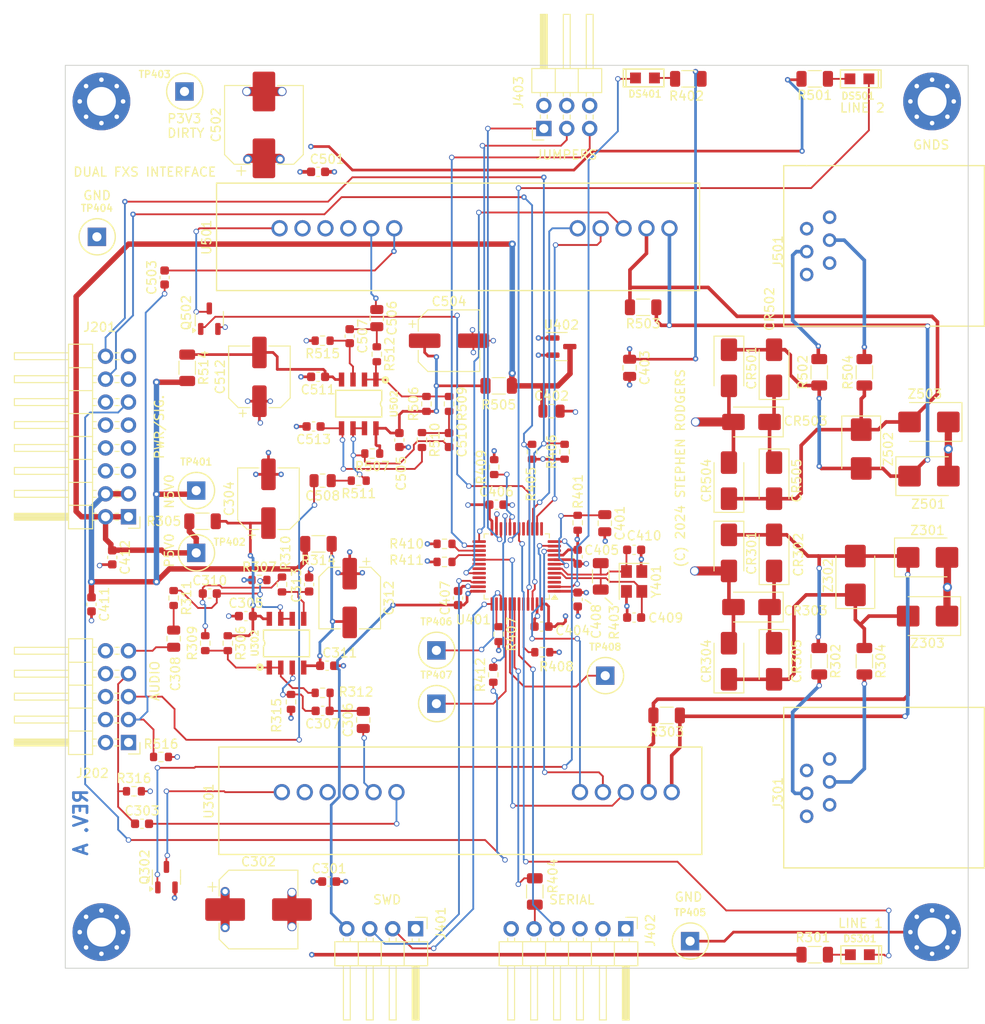
<source format=kicad_pcb>
(kicad_pcb (version 20240108) (generator "pcbnew") (generator_version "8.0")
  (layers (0 "F.Cu" signal) (1 "In1.Cu" signal) (2 "In2.Cu" signal) (31 "B.Cu" signal) (34 "B.Paste" user) (35 "F.Paste" user) (36 "B.SilkS" user "B.Silkscreen") (37 "F.SilkS" user "F.Silkscreen") (38 "B.Mask" user) (39 "F.Mask" user) (44 "Edge.Cuts" user))
  (net 0 "")
  (net 1 "/Top/P3V3_DIRTY")
  (net 2 "GND")
  (net 3 "/Top/TXA1")
  (net 4 "/Top/SLICS/slic/VR")
  (net 5 "/Top/SLICS/slic/P5V0_CLEAN")
  (net 6 "/Top/SLICS/slic/VX")
  (net 7 "Net-(C306-Pad2)")
  (net 8 "Net-(U302A-+)")
  (net 9 "Net-(C308-Pad1)")
  (net 11 "/Top/RXA1")
  (net 12 "Net-(C310-Pad1)")
  (net 13 "Net-(U302B--)")
  (net 14 "/Top/SLICS/slic/N5V0_CLEAN")
  (net 15 "Net-(U302B-+)")
  (net 16 "/Top/SLICS/NRST")
  (net 17 "/Top/P5V0")
  (net 18 "/Top/SLICS/P3V3_CPU")
  (net 19 "Net-(U401-PD0)")
  (net 20 "Net-(U401-PD1)")
  (net 21 "/Top/TXA2")
  (net 22 "/Top/SLICS/slic1/VR")
  (net 23 "/Top/SLICS/slic1/P5V0_CLEAN")
  (net 24 "/Top/SLICS/slic1/VX")
  (net 25 "Net-(C506-Pad2)")
  (net 26 "Net-(U502A-+)")
  (net 27 "Net-(C508-Pad1)")
  (net 29 "/Top/RXA2")
  (net 30 "Net-(C510-Pad1)")
  (net 31 "Net-(U502B--)")
  (net 32 "/Top/SLICS/slic1/N5V0_CLEAN")
  (net 33 "Net-(U502B-+)")
  (net 34 "/Top/SLICS/slic/RINT")
  (net 35 "Net-(CR302-K)")
  (net 36 "/Top/SLICS/slic/TINT")
  (net 37 "/Top/SLICS/slic1/RINT")
  (net 38 "Net-(CR502-K)")
  (net 39 "/Top/SLICS/slic1/TINT")
  (net 40 "Net-(DS301-A)")
  (net 41 "/Top/SLICS/LED_OFH1N")
  (net 42 "Net-(DS401-A)")
  (net 43 "/Top/SLICS/LEDN_TEST")
  (net 44 "Net-(DS501-A)")
  (net 45 "/Top/SLICS/LED_OFH2N")
  (net 46 "/Top/SLICS/slic/GND_SAFETY")
  (net 47 "/Top/N5V0")
  (net 48 "/Top/SLICS/SCL")
  (net 49 "/Top/SLICS/SDA")
  (net 52 "/Top/ATTEN")
  (net 55 "/Top/SLICS/slic/RING")
  (net 56 "/Top/SLICS/slic/TIP")
  (net 59 "/Top/SLICS/SWCLK")
  (net 60 "/Top/SLICS/SWDIO")
  (net 63 "/Top/SLICS/UART_RX")
  (net 64 "Net-(J402-Pad5)")
  (net 66 "/Top/SLICS/SW1")
  (net 67 "/Top/SLICS/SW2")
  (net 68 "/Top/SLICS/SW3")
  (net 71 "/Top/SLICS/slic1/RING")
  (net 72 "/Top/SLICS/slic1/TIP")
  (net 75 "/Top/SLICS/PD1")
  (net 76 "/Top/SLICS/slic/PD")
  (net 77 "/Top/SLICS/PD2")
  (net 78 "/Top/SLICS/slic1/PD")
  (net 79 "Net-(U302A--)")
  (net 80 "/Top/SLICS/UART_TX")
  (net 81 "Net-(U401-PA15)")
  (net 82 "Net-(U401-BOOT0)")
  (net 83 "Net-(U401-PB2)")
  (net 84 "Net-(U401-PB14)")
  (net 85 "Net-(U401-PB15)")
  (net 86 "Net-(U502A--)")
  (net 87 "/Top/SLICS/TP1")
  (net 88 "/Top/SLICS/TP2")
  (net 89 "/Top/SLICS/TP3")
  (net 90 "/Top/SLICS/BAT_FR1")
  (net 91 "/Top/SLICS/SH1")
  (net 95 "/Top/SLICS/RM1")
  (net 96 "/Top/SLICS/RM2")
  (net 97 "/Top/SLICS/SH2")
  (net 100 "/Top/SLICS/BAT_FR2")
  (net 103 "Net-(U401-PB10)")
  (footprint "Package_QFP:LQFP-48_7x7mm_P0.5mm" (layer "F.Cu") (at 150 105.5 180)
    (property "Reference" "U401")
    (property "Value" "STM32F103C4Tx")
  )
  (footprint "Capacitor_SMD:C_0603_1608Metric" (layer "F.Cu") (at 111 73.5 90)
    (property "Reference" "C503")
    (property "Value" "0.1u")
  )
  (footprint "Connector_PinHeader_2.54mm:PinHeader_1x04_P2.54mm_Horizontal" (layer "F.Cu") (at 138.8 145.625 -90)
    (property "Reference" "J401")
    (property "Value" "CONN4")
  )
  (footprint "Resistor_SMD:R_0603_1608Metric" (layer "F.Cu") (at 142 105 180)
    (property "Reference" "R411")
    (property "Value" "0")
  )
  (footprint "Diode_SMD:D_SMA" (layer "F.Cu") (at 178.5 104 90)
    (property "Reference" "CR302")
    (property "Value" "M7")
  )
  (footprint "Capacitor_SMD:C_0603_1608Metric" (layer "F.Cu") (at 131.5 80 -90)
    (property "Reference" "C507")
    (property "Value" "0.15u")
  )
  (footprint "Diode_SMD:D_SMB" (layer "F.Cu") (at 195.65 89.5 180)
    (property "Reference" "Z503")
    (property "Value" "P3100SC")
  )
  (footprint "Resistor_SMD:R_0603_1608Metric" (layer "F.Cu") (at 140 87.5 90)
    (property "Reference" "R506")
    (property "Value" "2.2K")
  )
  (footprint "Resistor_SMD:R_1206_3216Metric" (layer "F.Cu") (at 169 51.5)
    (property "Reference" "R402")
    (property "Value" "470")
  )
  (footprint "Resistor_SMD:R_0603_1608Metric" (layer "F.Cu") (at 147.4 117.5 90)
    (property "Reference" "R412")
    (property "Value" "33")
  )
  (footprint "Capacitor_SMD:C_0603_1608Metric" (layer "F.Cu") (at 127.5 90 180)
    (property "Reference" "C513")
    (property "Value" "0.01u")
  )
  (footprint "Resistor_SMD:R_0603_1608Metric" (layer "F.Cu") (at 115.5 114 90)
    (property "Reference" "R309")
    (property "Value" "1.5K")
  )
  (footprint "Capacitor_SMD:C_0603_1608Metric" (layer "F.Cu") (at 128 61.8)
    (property "Reference" "C501")
    (property "Value" "0.1u")
  )
  (footprint "Resistor_SMD:R_1206_3216Metric" (layer "F.Cu") (at 115.2 100.5 180)
    (property "Reference" "R305")
    (property "Value" "10")
  )
  (footprint "Capacitor_SMD:C_0603_1608Metric" (layer "F.Cu") (at 129 116.5)
    (property "Reference" "C311")
    (property "Value" "0.1u")
  )
  (footprint "Connector_PinHeader_2.54mm:PinHeader_2x05_P2.54mm_Horizontal" (layer "F.Cu") (at 107 125 180)
    (property "Reference" "J202")
    (property "Value" "Conn_02x05_Odd_Even")
  )
  (footprint "Resistor_SMD:R_1206_3216Metric" (layer "F.Cu") (at 188.5 116 -90)
    (property "Reference" "R304")
    (property "Value" "10")
  )
  (footprint "Resistor_SMD:R_0603_1608Metric" (layer "F.Cu") (at 142 103 180)
    (property "Reference" "R410")
    (property "Value" "0")
  )
  (footprint "Resistor_SMD:R_0603_1608Metric" (layer "F.Cu") (at 107.6 130.4)
    (property "Reference" "R316")
    (property "Value" "47K")
  )
  (footprint "MountingHole:MountingHole_3.2mm_M3_Pad_Via" (layer "F.Cu") (at 196 54)
    (property "Reference" "H201" (hide yes))
    (property "Value" "MountingHole_Pad" (hide yes))
  )
  (footprint "Capacitor_SMD:C_0603_1608Metric" (layer "F.Cu") (at 128 84.5 180)
    (property "Reference" "C511")
    (property "Value" "0.1u")
  )
  (footprint "Resistor_SMD:R_1206_3216Metric" (layer "F.Cu") (at 159.3 106.6 90)
    (property "Reference" "R403")
    (property "Value" "1M")
  )
  (footprint "Capacitor_SMD:C_0603_1608Metric" (layer "F.Cu") (at 120 111)
    (property "Reference" "C305")
    (property "Value" "0.1u")
  )
  (footprint "Capacitor_SMD:C_0603_1608Metric" (layer "F.Cu") (at 156.75 104.4375 -90)
    (property "Reference" "C405")
    (property "Value" "0.1u")
  )
  (footprint "Capacitor_SMD:CP_Elec_6.3x7.7" (layer "F.Cu") (at 122.5 98 90)
    (property "Reference" "C304")
    (property "Value" "100u")
  )
  (footprint "Resistor_SMD:R_0603_1608Metric" (layer "F.Cu") (at 147.5 94.5 90)
    (property "Reference" "R409")
    (property "Value" "10K")
  )
  (footprint "mods:TESTPIN" (layer "F.Cu") (at 103.5 69)
    (property "Reference" "TP404")
    (property "Value" "TESTPINTPSQ025" (hide yes))
  )
  (footprint "Diode_SMD:D_SMB" (layer "F.Cu") (at 187.5 106.5 90)
    (property "Reference" "Z302")
    (property "Value" "P3100SC")
  )
  (footprint "mods:TESTPIN" (layer "F.Cu") (at 141.1 114.8)
    (property "Reference" "TP406")
    (property "Value" "TESTPINTPSQ025" (hide yes))
  )
  (footprint "Resistor_SMD:R_1206_3216Metric" (layer "F.Cu") (at 183 51.5 180)
    (property "Reference" "R501")
    (property "Value" "470")
  )
  (footprint "Diode_SMD:D_SMA" (layer "F.Cu") (at 178.5 116 -90)
    (property "Reference" "CR305")
    (property "Value" "M7")
  )
  (footprint "Capacitor_SMD:C_0603_1608Metric" (layer "F.Cu") (at 137 91.5 90)
    (property "Reference" "C505")
    (property "Value" "0.1u")
  )
  (footprint "mods:LED0805" (layer "F.Cu") (at 164.2 51.4 180)
    (property "Reference" "DS401")
    (property "Value" "LEDGRN-SAR" (hide yes))
  )
  (footprint "Resistor_SMD:R_1206_3216Metric" (layer "F.Cu") (at 148 85.5)
    (property "Reference" "R505")
    (property "Value" "10")
  )
  (footprint "Diode_SMD:D_SMA" (layer "F.Cu") (at 173.5 104 -90)
    (property "Reference" "CR301")
    (property "Value" "M7")
  )
  (footprint "Resistor_SMD:R_1206_3216Metric" (layer "F.Cu") (at 188.5 84 90)
    (property "Reference" "R504")
    (property "Value" "10")
  )
  (footprint "Capacitor_SMD:CP_Elec_8x10.5" (layer "F.Cu") (at 122 56.6 90)
    (property "Reference" "C502")
    (property "Value" "1000u")
  )
  (footprint "Capacitor_SMD:C_0603_1608Metric" (layer "F.Cu") (at 143.5 109 90)
    (property "Reference" "C407")
    (property "Value" "0.1u")
  )
  (footprint "mods:SOIC8N-SAR" (layer "F.Cu") (at 132.5 87.5 -90)
    (property "Reference" "U502")
    (property "Value" "LM358" (hide yes))
  )
  (footprint "mods:SLIC_MODULE_KS0835" (layer "F.Cu") (at 157 130.5)
    (property "Reference" "U301")
    (property "Value" "KS0835F")
  )
  (footprint "mods:CONN_4P4C_CONNFLY" (layer "F.Cu") (at 191 70)
    (property "Reference" "J501")
    (property "Value" "6P6C")
  )
  (footprint "Diode_SMD:D_SMA" (layer "F.Cu") (at 176 89.5 180)
    (property "Reference" "CR503")
    (property "Value" "SMAJ75")
  )
  (footprint "mods:TESTPIN" (layer "F.Cu") (at 169.2 147)
    (property "Reference" "TP405")
    (property "Value" "TESTPINTPSQ025" (hide yes))
  )
  (footprint "Resistor_SMD:R_0603_1608Metric" (layer "F.Cu") (at 155.3 92.8 90)
    (property "Reference" "R406")
    (property "Value" "2.2K")
  )
  (footprint "mods:SOIC8N-SAR" (layer "F.Cu") (at 124.5 114 90)
    (property "Reference" "U302")
    (property "Value" "LM358" (hide yes))
  )
  (footprint "Connector_PinHeader_2.54mm:PinHeader_2x03_P2.54mm_Horizontal" (layer "F.Cu") (at 153 57 90)
    (property "Reference" "J403")
    (property "Value" "Conn_02x03_Odd_Even")
  )
  (footprint "Diode_SMD:D_SMA" (layer "F.Cu") (at 178.5 83.5 90)
    (property "Reference" "CR502")
    (property "Value" "M7")
  )
  (footprint "Resistor_SMD:R_1206_3216Metric" (layer "F.Cu") (at 164 76.8 180)
    (property "Reference" "R503")
    (property "Value" "1M")
  )
  (footprint "Diode_SMD:D_SMB" (layer "F.Cu") (at 195.5 104.5)
    (property "Reference" "Z301")
    (property "Value" "P3100SC")
  )
  (footprint "Diode_SMD:D_SMB" (layer "F.Cu") (at 195.5 111 180)
    (property "Reference" "Z303")
    (property "Value" "P3100SC")
  )
  (footprint "mods:TESTPIN" (layer "F.Cu") (at 114.5 97.1)
    (property "Reference" "TP401")
    (property "Value" "TESTPINTPSQ025" (hide yes))
  )
  (footprint "Resistor_SMD:R_0603_1608Metric" (layer "F.Cu") (at 124 107.5 -90)
    (property "Reference" "R310")
    (property "Value" "3K")
  )
  (footprint "Capacitor_SMD:CP_Elec_6.3x7.7" (layer "F.Cu") (at 142.5 80.5)
    (property "Reference" "C504")
    (property "Value" "100u")
  )
  (footprint "Crystal:Crystal_SMD_3225-4Pin_3.2x2.5mm" (layer "F.Cu") (at 163 107.1625 -90)
    (property "Reference" "Y401")
    (property "Value" "8.0M")
  )
  (footprint "Capacitor_SMD:C_0603_1608Metric" (layer "F.Cu") (at 152.75 112.1625 180)
    (property "Reference" "C404")
    (property "Value" "0.1u")
  )
  (footprint "Resistor_SMD:R_0603_1608Metric" (layer "F.Cu") (at 132.5 96 180)
    (property "Reference" "R511")
    (property "Value" "100")
  )
  (footprint "mods:TESTPIN" (layer "F.Cu") (at 113.2 52.9)
    (property "Reference" "TP403")
    (property "Value" "TESTPINTPSQ025" (hide yes))
  )
  (footprint "Capacitor_SMD:CP_Elec_6.3x7.7" (layer "F.Cu") (at 121.5 84.5 90)
    (property "Reference" "C512")
    (property "Value" "100u")
  )
  (footprint "mods:LED0805" (layer "F.Cu") (at 187.95 51.5)
    (property "Reference" "DS501")
    (property "Value" "LEDGRN-SAR" (hide yes))
  )
  (footprint "Resistor_SMD:R_0603_1608Metric" (layer "F.Cu") (at 128.5 80.5 180)
    (property "Reference" "R515")
    (property "Value" "6.8K")
  )
  (footprint "mods:SLIC_MODULE_KS0835" (layer "F.Cu") (at 156.75 68.05)
    (property "Reference" "U501")
    (property "Value" "KS0835F")
  )
  (footprint "Diode_SMD:D_SMA" (layer "F.Cu") (at 176 110 180)
    (property "Reference" "CR303")
    (property "Value" "SMAJ75")
  )
  (footprint "Capacitor_SMD:C_0805_2012Metric" (layer "F.Cu") (at 162.5 83.5 -90)
    (property "Reference" "C403")
    (property "Value" "22u")
  )
  (footprint "Capacitor_SMD:C_0603_1608Metric" (layer "F.Cu") (at 163 111.1625 180)
    (property "Reference" "C409")
    (property "Value" "22p")
  )
  (footprint "Diode_SMD:D_SMA" (layer "F.Cu") (at 173.5 96 90)
    (property "Reference" "CR504")
    (property "Value" "M7")
  )
  (footprint "Connector_PinHeader_2.54mm:PinHeader_1x06_P2.54mm_Horizontal" (layer "F.Cu") (at 162.08 145.625 -90)
    (property "Reference" "J402")
    (property "Value" "CONN6")
  )
  (footprint "Package_TO_SOT_SMD:SOT-23-3" (layer "F.Cu") (at 111.2 139.9125 90)
    (property "Reference" "Q302")
    (property "Value" "2N7002")
  )
  (footprint "Resistor_SMD:R_0603_1608Metric" (layer "F.Cu") (at 121.5 107)
    (property "Reference" "R307")
    (property "Value" "2.2K")
  )
  (footprint "mods:TESTPIN" (layer "F.Cu") (at 141.1 120.7)
    (property "Reference" "TP407")
    (property "Value" "TESTPINTPSQ025" (hide yes))
  )
  (footprint "Capacitor_SMD:CP_Elec_8x10.5" (layer "F.Cu") (at 121.4 143.5)
    (property "Reference" "C302")
    (property "Value" "1000u")
  )
  (footprint "Resistor_SMD:R_0603_1608Metric" (layer "F.Cu") (at 156.75 100.6625 90)
    (property "Reference" "R401")
    (property "Value" "10K")
  )
  (footprint "Resistor_SMD:R_1206_3216Metric" (layer "F.Cu") (at 152 141.5 90)
    (property "Reference" "R404")
    (property "Value" "470")
  )
  (footprint "Resistor_SMD:R_0603_1608Metric" (layer "F.Cu") (at 128.5 119.5 180)
    (property "Reference" "R312")
    (property "Value" "2.2K")
  )
  (footprint "Capacitor_SMD:C_0603_1608Metric" (layer "F.Cu") (at 127 107.5 90)
    (property "Reference" "C313")
    (property "Value" "0.01u")
  )
  (footprint "Resistor_SMD:R_0603_1608Metric" (layer "F.Cu") (at 142.5 87.5 -90)
    (property "Reference" "R509")
    (property "Value" "1.5K")
  )
  (footprint "Resistor_SMD:R_0603_1608Metric" (layer "F.Cu") (at 152.825 115)
    (property "Reference" "R408")
    (property "Value" "10K")
  )
  (footprint "Capacitor_SMD:C_0603_1608Metric" (layer "F.Cu") (at 147.75 98.6625)
    (property "Reference" "C406")
    (property "Value" "0.1u")
  )
  (footprint "Resistor_SMD:R_0603_1608Metric" (layer "F.Cu") (at 134 93 180)
    (property "Reference" "R507")
    (property "Value" "2.2K")
  )
  (footprint "Resistor_SMD:R_0603_1608Metric" (layer "F.Cu") (at 139.5 91.5 -90)
    (property "Reference" "R510")
    (property "Value" "3K")
  )
  (footprint "Capacitor_SMD:C_0603_1608Metric" (layer "F.Cu") (at 128.5 121.5 180)
    (property "Reference" "C307")
    (property "Value" "0.15u")
  )
  (footprint "Resistor_SMD:R_1206_3216Metric" (layer "F.Cu") (at 128.0375 103 180)
    (property "Reference" "R314")
    (property "Value" "10")
  )
  (footprint "Capacitor_SMD:C_0805_2012Metric" (layer "F.Cu") (at 159.75 100.7125 -90)
    (property "Reference" "C401")
    (property "Value" "1u")
  )
  (footprint "mods:LED0805" (layer "F.Cu") (at 188 148.5)
    (property "Reference" "DS301")
    (property "Value" "LEDGRN-SAR" (hide yes))
  )
  (footprint "Diode_SMD:D_SMB" (layer "F.Cu") (at 188.15 92.5 -90)
    (property "Reference" "Z502")
    (property "Value" "P3100SC")
  )
  (footprint "Capacitor_SMD:C_0603_1608Metric" (layer "F.Cu") (at 142.5 91.5 -90)
    (property "Reference" "C510")
    (property "Value" "0.033u")
  )
  (footprint "Resistor_SMD:R_0603_1608Metric" (layer "F.Cu") (at 148 113 -90)
    (property "Reference" "R407")
    (property "Value" "0")
  )
  (footprint "MountingHole:MountingHole_3.2mm_M3_Pad_Via" (layer "F.Cu") (at 104 54)
    (property "Reference" "H202" (hide yes))
    (property "Value" "MountingHole_Pad" (hide yes))
  )
  (footprint "Capacitor_SMD:C_0603_1608Metric" (layer "F.Cu") (at 116 108.5)
    (property "Reference" "C310")
    (property "Value" "0.033u")
  )
  (footprint "Resistor_SMD:R_0603_1608Metric" (layer "F.Cu") (at 112 109 -90)
    (property "Reference" "R311")
    (property "Value" "100")
  )
  (footprint "Resistor_SMD:R_0603_1608Metric" (layer "F.Cu") (at 134.5 82 -90)
    (property "Reference" "R512")
    (property "Value" "2.2K")
  )
  (footprint "Package_TO_SOT_SMD:SOT-23-3" (layer "F.Cu") (at 115.95 78.0625 90)
    (property "Reference" "Q502")
    (property "Value" "2N7002")
  )
  (footprint "Resistor_SMD:R_1206_3216Metric" (layer "F.Cu") (at 183 148.5 180)
    (property "Reference" "R301")
    (property "Value" "470")
  )
  (footprint "Diode_SMD:D_SMA" (layer "F.Cu") (at 173.5 116 90)
    (property "Reference" "CR304")
    (property "Value" "M7")
  )
  (footprint "Capacitor_SMD:C_0805_2012Metric" (layer "F.Cu") (at 112 113.5 -90)
    (property "Reference" "C308")
    (property "Value" "10u")
  )
  (footprint "Capacitor_SMD:C_0603_1608Metric" (layer "F.Cu") (at 108.5 134)
    (property "Reference" "C303")
    (property "Value" "0.1u")
  )
  (footprint "Diode_SMD:D_SMB" (layer "F.Cu") (at 195.65 95.5)
    (property "Reference" "Z501")
    (property "Value" "P3100SC")
  )
  (footprint "Resistor_SMD:R_0603_1608Metric" (layer "F.Cu") (at 151.7 92.8 90)
    (property "Reference" "R405")
    (property "Value" "2.2K")
  )
  (footprint "MountingHole:MountingHole_3.2mm_M3_Pad_Via" (layer "F.Cu") (at 196 146)
    (property "Reference" "H204" (hide yes))
    (property "Value" "MountingHole_Pad" (hide yes))
  )
  (footprint "mods:TESTPIN" (layer "F.Cu") (at 159.8 117.6)
    (property "Reference" "TP408")
    (property "Value" "TESTPINTPSQ025" (hide yes))
  )
  (footprint "Capacitor_SMD:C_0603_1608Metric" (layer "F.Cu") (at 102.9 109.7 -90)
    (property "Reference" "C411")
    (property "Value" "0.1u")
  )
  (footprint "Connector_PinHeader_2.54mm:PinHeader_2x08_P2.54mm_Horizontal" (layer "F.Cu") (at 107 100 180)
    (property "Reference" "J201")
    (property "Value" "Conn_02x08_Odd_Even")
  )
  (footprint "Capacitor_SMD:C_0603_1608Metric" (layer "F.Cu") (at 156.75 109.1625 -90)
    (property "Reference" "C408")
    (property "Value" "0.1u")
  )
  (footprint "mods:TESTPIN" (layer "F.Cu") (at 114.5 104)
    (property "Reference" "TP402")
    (property "Value" "TESTPINTPSQ025" (hide yes))
  )
  (footprint "Capacitor_SMD:C_0805_2012Metric" (layer "F.Cu") (at 128.5 96 180)
    (property "Reference" "C508")
    (property "Value" "10u")
  )
  (footprint "Resistor_SMD:R_0603_1608Metric" (layer "F.Cu") (at 110.6 126.6)
    (property "Reference" "R516")
    (property "Value" "47K")
  )
  (footprint "Capacitor_SMD:CP_Elec_6.3x7.7" (layer "F.Cu") (at 131.5 109 -90)
    (property "Reference" "C312")
    (property "Value" "100u")
  )
  (footprint "Capacitor_SMD:C_0603_1608Metric" (layer "F.Cu") (at 105.2 104.5 -90)
    (property "Reference" "C412")
    (property "Value" "0.1u")
  )
  (footprint "mods:CONN_4P4C_CONNFLY" (layer "F.Cu") (at 191 130)
    (property "Reference" "J301")
    (property "Value" "6P6C")
  )
  (footprint "Capacitor_SMD:C_0805_2012Metric" (layer "F.Cu") (at 134.5 78 -90)
    (property "Reference" "C506")
    (property "Value" "0.22u")
  )
  (footprint "Diode_SMD:D_SMA" (layer "F.Cu") (at 178.5 96 -90)
    (property "Reference" "CR505")
    (property "Value" "M7")
  )
  (footprint "MountingHole:MountingHole_3.2mm_M3_Pad_Via" (layer "F.Cu") (at 104 146)
    (property "Reference" "H203" (hide yes))
    (property "Value" "MountingHole_Pad" (hide yes))
  )
  (footprint "Capacitor_SMD:C_0603_1608Metric" (layer "F.Cu") (at 129.225 140.4)
    (property "Reference" "C301")
    (property "Value" "0.1u")
  )
  (footprint "Capacitor_SMD:C_0805_2012Metric" (layer "F.Cu") (at 153.85 88.3)
    (property "Reference" "C402")
    (property "Value" "10u")
  )
  (footprint "mods:SOT23-3-SAR-V2" (layer "F.Cu") (at 154.9375 81.15)
    (property "Reference" "U402")
    (property "Value" "ME6211A33M3G-N")
  )
  (footprint "Capacitor_SMD:C_0805_2012Metric" (layer "F.Cu") (at 133 122.5 90)
    (property "Reference" "C306")
    (property "Value" "0.22u")
  )
  (footprint "Resistor_SMD:R_0603_1608Metric" (layer "F.Cu") (at 118 114 -90)
    (property "Reference" "R306")
    (property "Value" "2.2K")
  )
  (footprint "Resistor_SMD:R_1206_3216Metric" (layer "F.Cu") (at 183.5 84 90)
    (property "Reference" "R502")
    (property "Value" "10")
  )
  (footprint "Resistor_SMD:R_1206_3216Metric" (layer "F.Cu") (at 183.5 116 -90)
    (property "Reference" "R302")
    (property "Value" "10")
  )
  (footprint "Resistor_SMD:R_1206_3216Metric" (layer "F.Cu") (at 113.5 83.5 -90)
    (property "Reference" "R514")
    (property "Value" "10")
  )
  (footprint "Resistor_SMD:R_1206_3216Metric" (layer "F.Cu") (at 166.6 122 180)
    (property "Reference" "R303")
    (property "Value" "1M")
  )
  (footprint "Capacitor_SMD:C_0603_1608Metric" (layer "F.Cu") (at 163 103.6625)
    (property "Reference" "C410")
    (property "Value" "22p")
  )
  (footprint "Diode_SMD:D_SMA" (layer "F.Cu") (at 173.5 83.5 -90)
    (property "Reference" "CR501")
    (property "Value" "M7")
  )
  (footprint "Resistor_SMD:R_0603_1608Metric" (layer "F.Cu") (at 125 120.5 -90)
    (property "Reference" "R315")
    (property "Value" "6.8K")
  )
  (gr_line (start 158.2 109.6) (end 157.6 109.2) (stroke (width 0.15)) (layer "F.SilkS"))
  (gr_line (start 160.6 109.7) (end 159.8 109) (stroke (width 0.15)) (layer "F.SilkS"))
  (gr_rect (start 100 50) (end 200 150) (stroke (width 0.1)) (fill none) (layer "Edge.Cuts"))
  (gr_text "REV. A" (at 102.6 130 90) (layer "B.Cu") (effects (font (size 1.5 1.5) (thickness 0.3) (bold yes)) (justify left bottom mirror)))
  (gr_text "P3V3\nDIRTY" (at 111.2 58.1 0) (layer "F.SilkS") (effects (font (size 1 1)) (justify left bottom)))
  (gr_text "DUAL FXS INTERFACE" (at 100.8 62.4 0) (layer "F.SilkS") (effects (font (size 1 1)) (justify left bottom)))
  (gr_text "SWD" (at 134 143 0) (layer "F.SilkS") (effects (font (size 1 1)) (justify left bottom)))
  (gr_text "N5V0" (at 112.1 99.2 90) (layer "F.SilkS") (effects (font (size 1 1)) (justify left bottom)))
  (gr_text "GND" (at 101.9 65 0) (layer "F.SilkS") (effects (font (size 1 1)) (justify left bottom)))
  (gr_text "P5V0" (at 112.1 105.7 90) (layer "F.SilkS") (effects (font (size 1 1)) (justify left bottom)))
  (gr_text "AUDIO" (at 110.5 120.5 90) (layer "F.SilkS") (effects (font (size 1 1)) (justify left bottom)))
  (gr_text "SERIAL" (at 153.5 143 0) (layer "F.SilkS") (effects (font (size 1 1)) (justify left bottom)))
  (gr_text "LINE 2\n" (at 185.7 55.3 0) (layer "F.SilkS") (effects (font (size 1 1)) (justify left bottom)))
  (gr_text "LINE 1" (at 185.5 145.6 0) (layer "F.SilkS") (effects (font (size 1 1)) (justify left bottom)))
  (gr_text "GND" (at 167.4 142.7 0) (layer "F.SilkS") (effects (font (size 1 1)) (justify left bottom)))
  (gr_text "(C) 2024 STEPHEN RODGERS" (at 168.7 105.7 90) (layer "F.SilkS") (effects (font (size 1 1)) (justify left bottom)))
  (gr_text "JUMPERS\n" (at 152 60.5 0) (layer "F.SilkS") (effects (font (size 1 1)) (justify left bottom)))
  (gr_text "PWR/SIG." (at 111 93.7 90) (layer "F.SilkS") (effects (font (size 1 1)) (justify left bottom)))
  (gr_text "GNDS\n" (at 193.8 59.4 0) (layer "F.SilkS") (effects (font (size 1 1)) (justify left bottom)))
  (segment (start 129.2 59) (end 127.2 59) (width 0.3) (layer "F.Cu") (net 1))
  (segment (start 156.336396 61.6) (end 131.8 61.6) (width 0.3) (layer "F.Cu") (net 1))
  (segment (start 131.8 61.6) (end 129.2 59) (width 0.3) (layer "F.Cu") (net 1))
  (segment (start 158.436396 59.5) (end 156.336396 61.6) (width 0.3) (layer "F.Cu") (net 1))
  (segment (start 181.6 59.5) (end 158.436396 59.5) (width 0.3) (layer "F.Cu") (net 1))
  (segment (start 117.7 143.5) (end 117.7 141.5) (width 1) (layer "F.Cu") (net 1))
  (segment (start 180 51.6) (end 181.4375 51.6) (width 0.3) (layer "F.Cu") (net 1))
  (segment (start 128.45 140.4) (end 127.45 140.4) (width 0.3) (layer "F.Cu") (net 1))
  (segment (start 117.7 143.5) (end 117.7 145.5) (width 1) (layer "F.Cu") (net 1))
  (segment (start 122 60.3) (end 123.7 60.3) (width 1) (layer "F.Cu") (net 1))
  (segment (start 122 60.3) (end 120.3 60.3) (width 1) (layer "F.Cu") (net 1))
  (segment (start 123.7 60.3) (end 123.8 60.4) (width 1) (layer "F.Cu") (net 1))
  (segment (start 127.225 61.8) (end 126 61.8) (width 0.4) (layer "F.Cu") (net 1))
  (segment (start 120.3 60.3) (end 120.2 60.4) (width 1) (layer "F.Cu") (net 1))
  (segment (start 127.3 148.5) (end 181.5375 148.5) (width 0.4) (layer "F.Cu") (net 1))
  (via (at 181.6 59.5) (size 0.6) (drill 0.3) (layers "F.Cu" "B.Cu") (net 1))
  (via (at 127.3 148.5) (size 0.6) (drill 0.3) (layers "F.Cu" "B.Cu") (net 1))
  (via (at 117.7 145.5) (size 1) (drill 0.6) (layers "F.Cu" "B.Cu") (net 1))
  (via (at 127.45 140.4) (size 0.6) (drill 0.3) (layers "F.Cu" "B.Cu") (net 1))
  (via (at 120.2 60.4) (size 1) (drill 0.6) (layers "F.Cu" "B.Cu") (net 1))
  (via (at 180 51.6) (size 0.6) (drill 0.3) (layers "F.Cu" "B.Cu") (net 1))
  (via (at 123.8 60.4) (size 1) (drill 0.6) (layers "F.Cu" "B.Cu") (net 1))
  (via (at 117.7 141.5) (size 1) (drill 0.6) (layers "F.Cu" "B.Cu") (net 1))
  (via (at 127.2 59) (size 0.6) (drill 0.3) (layers "F.Cu" "B.Cu") (net 1))
  (via (at 126 61.8) (size 0.6) (drill 0.3) (layers "F.Cu" "B.Cu") (net 1))
  (segment (start 181.6 59.5) (end 181.6 53.2) (width 0.3) (layer "B.Cu") (net 1))
  (segment (start 181.6 53.2) (end 180 51.6) (width 0.3) (layer "B.Cu") (net 1))
  (segment (start 162.225 111.1625) (end 162.225 109.925) (width 0.3) (layer "F.Cu") (net 2))
  (segment (start 125.1 143.5) (end 125.1 145.4) (width 1) (layer "F.Cu") (net 2))
  (segment (start 174 110) (end 174 113.5) (width 0.4) (layer "F.Cu") (net 2))
  (segment (start 156.4 88.3) (end 156.5 88.4) (width 0.3) (layer "F.Cu") (net 2))
  (segment (start 130 140.4) (end 131.05 140.4) (width 0.3) (layer "F.Cu") (net 2))
  (segment (start 127 106) (end 127.2 105.8) (width 0.3) (layer "F.Cu") (net 2))
  (segment (start 127 106.725) (end 127 106) (width 0.3) (layer "F.Cu") (net 2))
  (segment (start 145.2 81.8) (end 145.2 80.5) (width 0.2) (layer "F.Cu") (net 2))
  (segment (start 122 52.9) (end 120.1 52.9) (width 1) (layer "F.Cu") (net 2))
  (segment (start 163.775 104.675) (end 163.8 104.7) (width 0.3) (layer "F.Cu") (net 2))
  (segment (start 127.225 84.5) (end 126.1 84.5) (width 0.3) (layer "F.Cu") (net 2))
  (segment (start 148.525 98.6625) (end 149.4625 98.6625) (width 0.3) (layer "F.Cu") (net 2))
  (segment (start 169.2 147) (end 173 147) (width 0.3) (layer "F.Cu") (net 2))
  (segment (start 145.1 79.3) (end 145.1 80.4) (width 0.2) (layer "F.Cu") (net 2))
  (segment (start 147.4 80.5) (end 145.2 80.5) (width 0.2) (layer "F.Cu") (net 2))
  (segment (start 163.775 104.725) (end 163.775 105.9875) (width 0.3) (layer "F.Cu") (net 2))
  (segment (start 157.7 105.2) (end 157.6875 105.2125) (width 0.3) (layer "F.Cu") (net 2))
  (segment (start 131.5 106.3) (end 130.3 106.3) (width 0.3) (layer "F.Cu") (net 2))
  (segment (start 147.5 93.675) (end 147.5 92.7) (width 0.3) (layer "F.Cu") (net 2))
  (segment (start 125.7 90) (end 125.6 89.9) (width 0.3) (layer "F.Cu") (net 2))
  (segment (start 144.025 107.7) (end 143.5 108.225) (width 0.3) (layer "F.Cu") (net 2))
  (segment (start 147.75 101.3375) (end 147.75 99.75) (width 0.3) (layer "F.Cu") (net 2))
  (segment (start 157.6875 105.2125) (end 156.75 105.2125) (width 0.3) (layer "F.Cu") (net 2))
  (segment (start 152.25 110.95) (end 152.3 111) (width 0.3) (layer "F.Cu") (net 2))
  (segment (start 156.75 110.95) (end 156.8 111) (width 0.3) (layer "F.Cu") (net 2))
  (segment (start 144.6 107.7) (end 144.025 107.7) (width 0.3) (layer "F.Cu") (net 2))
  (segment (start 140.2 105) (end 140.1 104.9) (width 0.3) (layer "F.Cu") (net 2))
  (segment (start 126.7 80.5) (end 127.675 80.5) (width 0.3) (layer "F.Cu") (net 2))
  (segment (start 149.4625 98.6625) (end 149.5 98.7) (width 0.3) (layer "F.Cu") (net 2))
  (segment (start 159.75 101.6625) (end 159.75 102.65) (width 0.3) (layer "F.Cu") (net 2))
  (segment (start 152.4 80.2) (end 154 80.2) (width 0.3) (layer "F.Cu") (net 2))
  (segment (start 148 113.825) (end 148 114.8) (width 0.3) (layer "F.Cu") (net 2))
  (segment (start 163.775 103.6625) (end 163.775 104.675) (width 0.3) (layer "F.Cu") (net 2))
  (segment (start 120.2 87.2) (end 121.5 87.2) (width 0.3) (layer "F.Cu") (net 2))
  (segment (start 137 92.275) (end 137.975 92.275) (width 0.3) (layer "F.Cu") (net 2))
  (segment (start 141.175 105) (end 140.2 105) (width 0.3) (layer "F.Cu") (net 2))
  (segment (start 174 89.5) (end 174 93.5) (width 0.4) (layer "F.Cu") (net 2))
  (segment (start 122 52.9) (end 124 52.9) (width 1) (layer "F.Cu") (net 2))
  (segment (start 163.8 104.7) (end 163.775 104.725) (width 0.3) (layer "F.Cu") (net 2))
  (segment (start 126.725 90) (end 125.7 90) (width 0.3) (layer "F.Cu") (net 2))
  (segment (start 145.8375 107.75) (end 144.65 107.75) (width 0.3) (layer "F.Cu") (net 2))
  (segment (start 162.225 109.925) (end 162.2 109.9) (width 0.3) (layer "F.Cu") (net 2))
  (segment (start 132.8 106.3) (end 132.9 106.2) (width 0.3) (layer "F.Cu") (net 2))
  (segment (start 131.5 106.3) (end 131.5 103.9) (width 0.3) (layer "F.Cu") (net 2))
  (segment (start 121.5 87.2) (end 121.5 89.5) (width 0.3) (layer "F.Cu") (net 2))
  (segment (start 116.9 79) (end 117.7 79) (width 0.2) (layer "F.Cu") (net 2))
  (segment (start 112.15 142.1625) (end 112.1 142.2125) (width 0.3) (layer "F.Cu") (net 2))
  (segment (start 123.9 95.3) (end 122.5 95.3) (width 0.3) (layer "F.Cu") (net 2))
  (segment (start 152.25 109.6625) (end 152.25 110.95) (width 0.3) (layer "F.Cu") (net 2))
  (segment (start 156.75 109.9375) (end 156.75 110.95) (width 0.3) (layer "F.Cu") (net 2))
  (segment (start 108.425 130.4) (end 109.4 130.4) (width 0.2) (layer "F.Cu") (net 2))
  (segment (start 154.8 88.3) (end 156.4 88.3) (width 0.3) (layer "F.Cu") (net 2))
  (segment (start 141.175 103) (end 140.1 103) (width 0.3) (layer "F.Cu") (net 2))
  (segment (start 151.975 111.325) (end 152.3 111) (width 0.3) (layer "F.Cu") (net 2))
  (segment (start 125.1 143.5) (end 125.1 141.6) (width 1) (layer "F.Cu") (net 2))
  (segment (start 137.975 92.275) (end 138 92.3) (width 0.3) (layer "F.Cu") (net 2))
  (segment (start 122.7 87.2) (end 121.5 87.2) (width 0.3) (layer "F.Cu") (net 2))
  (segment (start 173.5 106) (end 173.5 109.5) (width 0.4) (layer "F.Cu") (net 2))
  (segment (start 162.5 84.45) (end 162.5 85.4) (width 0.3) (layer "F.Cu") (net 2))
  (segment (start 173.5 85.5) (end 173.5 89) (width 0.4) (layer "F.Cu") (net 2))
  (segment (start 162.15 109.85) (end 162.2 109.9) (width 0.3) (layer "F.Cu") (net 2))
  (segment (start 122.5 92.9) (end 122.5 95.3) (width 0.3) (layer "F.Cu") (net 2))
  (segment (start 162.15 108.2625) (end 162.15 109.85) (width 0.3) (layer "F.Cu") (net 2))
  (segment (start 121.1 95.3) (end 122.5 95.3) (width 0.3) (layer "F.Cu") (net 2))
  (segment (start 105.1 105.3) (end 103.85 105.3) (width 0.3) (layer "F.Cu") (net 2))
  (segment (start 153.65 115) (end 154.7 115) (width 0.3) (layer "F.Cu") (net 2))
  (segment (start 111.425 126.6) (end 112.4 126.6) (width 0.2) (layer "F.Cu") (net 2))
  (segment (start 156.2875 104.75) (end 156.75 105.2125) (width 0.3) (layer "F.Cu") (net 2))
  (segment (start 154.1625 104.75) (end 156.2875 104.75) (width 0.3) (layer "F.Cu") (net 2))
  (segment (start 129.775 116.5) (end 130.8 116.5) (width 0.3) (layer "F.Cu") (net 2))
  (segment (start 128.775 61.8) (end 129.8 61.8) (width 0.4) (layer "F.Cu") (net 2))
  (segment (start 131.5 106.3) (end 132.8 106.3) (width 0.3) (layer "F.Cu") (net 2))
  (segment (start 174 146) (end 196 146) (width 0.3) (layer "F.Cu") (net 2))
  (segment (start 173 147) (end 174 146) (width 0.3) (layer "F.Cu") (net 2))
  (segment (start 112.15 140.85) (end 112.15 142.1625) (width 0.3) (layer "F.Cu") (net 2))
  (segment (start 125 121.325) (end 125 122.3) (width 0.3) (layer "F.Cu") (net 2))
  (segment (start 102.9 110.475) (end 102.9 111.5) (width 0.3) (layer "F.Cu") (net 2))
  (segment (start 173.5 106) (end 169.7 106) (width 1) (layer "F.Cu") (net 2))
  (segment (start 103.85 105.3) (end 103.8 105.35) (width 0.3) (layer "F.Cu") (net 2))
  (segment (start 174 89.5) (end 169.8 89.5) (width 1) (layer "F.Cu") (net 2))
  (segment (start 130.3 106.3) (end 130.2 106.2) (width 0.3) (layer "F.Cu") (net 2))
  (segment (start 159.75 102.65) (end 159.8 102.7) (width 0.3) (layer "F.Cu") (net 2))
  (segment (start 121.5 89.5) (end 121.6 89.6) (width 0.3) (layer "F.Cu") (net 2))
  (segment (start 151.975 112.1625) (end 151.975 111.325) (width 0.3) (layer "F.Cu") (net 2))
  (segment (start 144.65 107.75) (end 144.6 107.7) (width 0.3) (layer "F.Cu") (net 2))
  (segment (start 147.75 99.75) (end 147.8 99.7) (width 0.3) (layer "F.Cu") (net 2))
  (segment (start 119.225 111) (end 118.1 111) (width 0.3) (layer "F.Cu") (net 2))
  (via (at 121.1 95.3) (size 0.6) (drill 0.3) (layers "F.Cu" "B.Cu") (net 2))
  (via (at 149.5 98.7) (size 0.6) (drill 0.4) (layers "F.Cu" "B.Cu") (net 2))
  (via (at 122.7 87.2) (size 0.6) (drill 0.4) (layers "F.Cu" "B.Cu") (net 2))
  (via (at 157.7 105.2) (size 0.6) (drill 0.4) (layers "F.Cu" "B.Cu") (net 2))
  (via (at 117.7 79) (size 0.6) (drill 0.4) (layers "F.Cu" "B.Cu") (net 2))
  (via (at 109.4 130.4) (size 0.6) (drill 0.4) (layers "F.Cu" "B.Cu") (net 2))
  (via (at 112.4 126.6) (size 0.6) (drill 0.4) (layers "F.Cu" "B.Cu") (net 2))
  (via (at 145.2 81.8) (size 0.6) (drill 0.4) (layers "F.Cu" "B.Cu") (net 2))
  (via (at 147.5 92.7) (size 0.6) (drill 0.3) (layers "F.Cu" "B.Cu") (net 2))
  (via (at 120.1 52.9) (size 1) (drill 0.8) (layers "F.Cu" "B.Cu") (net 2))
  (via (at 169.7 106) (size 1) (drill 0.8) (layers "F.Cu" "B.Cu") (net 2))
  (via (at 152.4 80.2) (size 0.6) (drill 0.3) (layers "F.Cu" "B.Cu") (net 2))
  (via (at 159.8 102.7) (size 0.6) (drill 0.3) (layers "F.Cu" "B.Cu") (net 2))
  (via (at 125 122.3) (size 0.6) (drill 0.3) (layers "F.Cu" "B.Cu") (net 2))
  (via (at 147.8 99.7) (size 0.6) (drill 0.4) (layers "F.Cu" "B.Cu") (net 2))
  (via (at 129.8 61.8) (size 0.6) (drill 0.3) (layers "F.Cu" "B.Cu") (net 2))
  (via (at 144.6 107.7) (size 0.6) (drill 0.4) (layers "F.Cu" "B.Cu") (net 2))
  (via (at 131.05 140.4) (size 0.6) (drill 0.3) (layers "F.Cu" "B.Cu") (net 2))
  (via (at 125.6 90) (size 0.6) (drill 0.3) (layers "F.Cu" "B.Cu") (net 2))
  (via (at 152.3 111) (size 0.6) (drill 0.4) (layers "F.Cu" "B.Cu") (net 2))
  (via (at 169.8 89.5) (size 1) (drill 0.8) (layers "F.Cu" "B.Cu") (net 2))
  (via (at 125.1 141.6) (size 1) (drill 0.8) (layers "F.Cu" "B.Cu") (net 2))
  (via (at 156.8 111) (size 0.6) (drill 0.3) (layers "F.Cu" "B.Cu") (net 2))
  (via (at 130.2 106.2) (size 0.6) (drill 0.3) (layers "F.Cu" "B.Cu") (net 2))
  (via (at 112.1 142.2125) (size 0.6) (drill 0.3) (layers "F.Cu" "B.Cu") (net 2))
  (via (at 130.8 116.5) (size 0.6) (drill 0.3) (layers "F.Cu" "B.Cu") (net 2))
  (via (at 102.9 111.5) (size 0.6) (drill 0.4) (layers "F.Cu" "B.Cu") (net 2))
  (via (at 124 52.9) (size 1) (drill 0.8) (layers "F.Cu" "B.Cu") (net 2))
  (via (at 126.1 84.5) (size 0.6) (drill 0.3) (layers "F.Cu" "B.Cu") (net 2))
  (via (at 122.5 92.9) (size 0.6) (drill 0.3) (layers "F.Cu" "B.Cu") (net 2))
  (via (at 126.7 80.5) (size 0.6) (drill 0.4) (layers "F.Cu" "B.Cu") (net 2))
  (via (at 127.2 105.8) (size 0.6) (drill 0.4) (layers "F.Cu" "B.Cu") (net 2))
  (via (at 163.8 104.7) (size 0.6) (drill 0.3) (layers "F.Cu" "B.Cu") (net 2))
  (via (at 147.4 80.5) (size 0.6) (drill 0.4) (layers "F.Cu" "B.Cu") (net 2))
  (via (at 148 114.8) (size 0.6) (drill 0.3) (layers "F.Cu" "B.Cu") (net 2))
  (via (at 154.7 115) (size 0.6) (drill 0.3) (layers "F.Cu" "B.Cu") (net 2))
  (via (at 123.9 95.3) (size 0.6) (drill 0.3) (layers "F.Cu" "B.Cu") (net 2))
  (via (at 140.1 104.9) (size 0.6) (drill 0.3) (layers "F.Cu" "B.Cu") (net 2))
  (via (at 103.8 105.4) (size 0.6) (drill 0.4) (layers "F.Cu" "B.Cu") (net 2))
  (via (at 120.2 87.2) (size 0.6) (drill 0.4) (layers "F.Cu" "B.Cu") (net 2))
  (via (at 131.5 103.9) (size 0.6) (drill 0.3) (layers "F.Cu" "B.Cu") (net 2))
  (via (at 138 92.3) (size 0.6) (drill 0.3) (layers "F.Cu" "B.Cu") (net 2))
  (via (at 162.5 85.4) (size 0.6) (drill 0.3) (layers "F.Cu" "B.Cu") (net 2))
  (via (at 121.6 89.6) (size 0.6) (drill 0.4) (layers "F.Cu" "B.Cu") (net 2))
  (via (at 145.1 79.3) (size 0.6) (drill 0.4) (layers "F.Cu" "B.Cu") (net 2))
  (via (at 125.1 145.4) (size 1) (drill 0.8) (layers "F.Cu" "B.Cu") (net 2))
  (via (at 140.1 103) (size 0.6) (drill 0.3) (layers "F.Cu" "B.Cu") (net 2))
  (via (at 162.2 109.9) (size 0.6) (drill 0.3) (layers "F.Cu" "B.Cu") (net 2))
  (via (at 156.5 88.4) (size 0.6) (drill 0.4) (layers "F.Cu" "B.Cu") (net 2))
  (via (at 132.9 106.2) (size 0.6) (drill 0.3) (layers "F.Cu" "B.Cu") (net 2))
  (via (at 118.1 111) (size 0.6) (drill 0.4) (layers "F.Cu" "B.Cu") (net 2))
  (segment (start 105.85 132.125) (end 105.85 130.4) (width 0.2) (layer "F.Cu") (net 3))
  (segment (start 106.775 130.4) (end 105.85 130.4) (width 0.2) (layer "F.Cu") (net 3))
  (segment (start 105.85 130.4) (end 105.85 118.53) (width 0.2) (layer "F.Cu") (net 3))
  (segment (start 107.725 134) (end 105.85 132.125) (width 0.2) (layer "F.Cu") (net 3))
  (segment (start 105.85 118.53) (end 107 117.38) (width 0.2) (layer "F.Cu") (net 3))
  (segment (start 136.7 134) (end 109.275 134) (width 0.2) (layer "F.Cu") (net 4))
  (via (at 136.7 134) (size 0.6) (drill 0.4) (layers "F.Cu" "B.Cu") (net 4))
  (segment (start 136.68 133.98) (end 136.7 134) (width 0.2) (layer "B.Cu") (net 4))
  (segment (start 136.68 130.5) (end 136.68 133.98) (width 0.2) (layer "B.Cu") (net 4))
  (segment (start 117.8 100.5) (end 116.6625 100.5) (width 0.3) (layer "F.Cu") (net 5))
  (segment (start 120.5 100.7) (end 118 100.7) (width 0.3) (layer "F.Cu") (net 5))
  (segment (start 120.775 112.725) (end 120.775 111) (width 0.3) (layer "F.Cu") (net 5))
  (segment (start 120.5 100.7) (end 122.5 100.7) (width 0.3) (layer "F.Cu") (net 5))
  (segment (start 120.775 109.825) (end 120.8 109.8) (width 0.3) (layer "F.Cu") (net 5))
  (segment (start 121.9 111.3) (end 121.6 111) (width 0.3) (layer "F.Cu") (net 5))
  (segment (start 120.775 111) (end 120.775 109.825) (width 0.3) (layer "F.Cu") (net 5))
  (segment (start 121.6 111) (end 120.775 111) (width 0.3) (layer "F.Cu") (net 5))
  (segment (start 120.325 113.175) (end 120.775 112.725) (width 0.3) (layer "F.Cu") (net 5))
  (segment (start 120.5 104.3) (end 120.5 100.7) (width 0.3) (layer "F.Cu") (net 5))
  (segment (start 118 100.7) (end 117.8 100.5) (width 0.3) (layer "F.Cu") (net 5))
  (segment (start 122.595 111.3) (end 121.9 111.3) (width 0.3) (layer "F.Cu") (net 5))
  (segment (start 120.675 107) (end 119.8 107) (width 0.3) (layer "F.Cu") (net 5))
  (segment (start 118 113.175) (end 120.325 113.175) (width 0.3) (layer "F.Cu") (net 5))
  (via (at 119.8 107) (size 0.6) (drill 0.3) (layers "F.Cu" "B.Cu") (net 5))
  (via (at 120.5 104.3) (size 0.6) (drill 0.3) (layers "F.Cu" "B.Cu") (net 5))
  (via (at 120.8 109.8) (size 0.6) (drill 0.3) (layers "F.Cu" "B.Cu") (net 5))
  (segment (start 119.8 107) (end 120.8 107) (width 0.3) (layer "B.Cu") (net 5))
  (segment (start 120.8 107) (end 120.8 104.6) (width 0.3) (layer "B.Cu") (net 5))
  (segment (start 120.8 104.6) (end 120.5 104.3) (width 0.3) (layer "B.Cu") (net 5))
  (segment (start 120.8 109.8) (end 120.8 107) (width 0.3) (layer "B.Cu") (net 5))
  (segment (start 133 124.4) (end 133.1 124.5) (width 0.2) (layer "F.Cu") (net 6))
  (segment (start 133 123.45) (end 133 124.4) (width 0.2) (layer "F.Cu") (net 6))
  (via (at 133.1 124.5) (size 0.6) (drill 0.4) (layers "F.Cu" "B.Cu") (net 6))
  (segment (start 133.1 124.5) (end 133.1 129.46) (width 0.2) (layer "B.Cu") (net 6))
  (segment (start 133.1 129.46) (end 134.14 130.5) (width 0.2) (layer "B.Cu") (net 6))
  (segment (start 129.275 121.5) (end 132.95 121.5) (width 0.2) (layer "F.Cu") (net 7))
  (segment (start 129.275 121.5) (end 129.275 119.55) (width 0.2) (layer "F.Cu") (net 7))
  (segment (start 125.135 117.835) (end 125.2 117.9) (width 0.2) (layer "F.Cu") (net 8))
  (segment (start 124.1 119.7) (end 124.975 119.7) (width 0.2) (layer "F.Cu") (net 8))
  (segment (start 125.135 116.7) (end 125.135 117.835) (width 0.2) (layer "F.Cu") (net 8))
  (segment (start 126.075 119.675) (end 126.3 119.9) (width 0.2) (layer "F.Cu") (net 8))
  (segment (start 125 119.675) (end 126.075 119.675) (width 0.2) (layer "F.Cu") (net 8))
  (segment (start 126.3 121.2) (end 126.3 119.9) (width 0.2) (layer "F.Cu") (net 8))
  (segment (start 126.6 121.5) (end 126.3 121.2) (width 0.2) (layer "F.Cu") (net 8))
  (segment (start 127.725 121.5) (end 126.6 121.5) (width 0.2) (layer "F.Cu") (net 8))
  (via (at 125.2 117.9) (size 0.6) (drill 0.4) (layers "F.Cu" "B.Cu") (net 8))
  (via (at 124.1 119.7) (size 0.6) (drill 0.4) (layers "F.Cu" "B.Cu") (net 8))
  (segment (start 124.1 119) (end 124.1 119.7) (width 0.2) (layer "B.Cu") (net 8))
  (segment (start 125.2 117.9) (end 124.1 119) (width 0.2) (layer "B.Cu") (net 8))
  (segment (start 112 109.825) (end 112 112.55) (width 0.2) (layer "F.Cu") (net 9))
  (segment (start 107 114.84) (end 109.66 114.84) (width 0.2) (layer "F.Cu") (net 11))
  (segment (start 110.05 114.45) (end 112 114.45) (width 0.2) (layer "F.Cu") (net 11))
  (segment (start 109.66 114.84) (end 110.05 114.45) (width 0.2) (layer "F.Cu") (net 11))
  (segment (start 115.225 108.5) (end 115.225 107.875) (width 0.2) (layer "F.Cu") (net 12))
  (segment (start 115.225 107.875) (end 115.5 107.6) (width 0.2) (layer "F.Cu") (net 12))
  (segment (start 115.225 109.475) (end 115.2 109.5) (width 0.2) (layer "F.Cu") (net 12))
  (segment (start 115.5 112.1) (end 115.5 113.175) (width 0.2) (layer "F.Cu") (net 12))
  (segment (start 117.098696 107.6) (end 117.349348 107.850652) (width 0.2) (layer "F.Cu") (net 12))
  (segment (start 117.349348 107.850652) (end 122.824348 107.850652) (width 0.2) (layer "F.Cu") (net 12))
  (segment (start 122.824348 107.850652) (end 124 106.675) (width 0.2) (layer "F.Cu") (net 12))
  (segment (start 115.225 108.5) (end 115.225 109.475) (width 0.2) (layer "F.Cu") (net 12))
  (segment (start 115.5 107.6) (end 117.098696 107.6) (width 0.2) (layer "F.Cu") (net 12))
  (via (at 115.2 109.5) (size 0.6) (drill 0.4) (layers "F.Cu" "B.Cu") (net 12))
  (via (at 115.5 112.1) (size 0.6) (drill 0.4) (layers "F.Cu" "B.Cu") (net 12))
  (segment (start 115.2 109.5) (end 115.5 109.8) (width 0.2) (layer "B.Cu") (net 12))
  (segment (start 115.5 109.8) (end 115.5 112.1) (width 0.2) (layer "B.Cu") (net 12))
  (segment (start 116.775 108.5) (end 121.4745 108.5) (width 0.2) (layer "F.Cu") (net 13))
  (segment (start 116.2 110.1) (end 114.7 110.1) (width 0.2) (layer "F.Cu") (net 13))
  (segment (start 114.7 110.1) (end 112.775 108.175) (width 0.2) (layer "F.Cu") (net 13))
  (segment (start 125.135 111.3) (end 123.865 111.3) (width 0.2) (layer "F.Cu") (net 13))
  (segment (start 116.775 108.5) (end 116.775 109.525) (width 0.2) (layer "F.Cu") (net 13))
  (segment (start 123.8 110) (end 123.8 111.235) (width 0.2) (layer "F.Cu") (net 13))
  (segment (start 122.325 107) (end 121.6745 107) (width 0.2) (layer "F.Cu") (net 13))
  (segment (start 112.775 108.175) (end 112 108.175) (width 0.2) (layer "F.Cu") (net 13))
  (segment (start 116.775 109.525) (end 116.2 110.1) (width 0.2) (layer "F.Cu") (net 13))
  (segment (start 121.4745 108.5) (end 121.5745 108.6) (width 0.2) (layer "F.Cu") (net 13))
  (segment (start 121.6745 107) (end 121.5745 107.1) (width 0.2) (layer "F.Cu") (net 13))
  (via (at 123.8 110) (size 0.6) (drill 0.4) (layers "F.Cu" "B.Cu") (net 13))
  (via (at 121.5745 108.6) (size 0.6) (drill 0.4) (layers "F.Cu" "B.Cu") (net 13))
  (via (at 121.5745 107.1) (size 0.6) (drill 0.4) (layers "F.Cu" "B.Cu") (net 13))
  (segment (start 121.5745 109.6745) (end 121.9 110) (width 0.2) (layer "B.Cu") (net 13))
  (segment (start 121.5745 107.1) (end 121.5745 108.6) (width 0.2) (layer "B.Cu") (net 13))
  (segment (start 121.5745 108.6) (end 121.5745 109.6745) (width 0.2) (layer "B.Cu") (net 13))
  (segment (start 121.9 110) (end 123.8 110) (width 0.2) (layer "B.Cu") (net 13))
  (segment (start 128.225 116.5) (end 126.605 116.5) (width 0.3) (layer "F.Cu") (net 14))
  (segment (start 128.225 116.5) (end 128.225 115.425) (width 0.3) (layer "F.Cu") (net 14))
  (segment (start 126.605 116.5) (end 126.405 116.7) (width 0.3) (layer "F.Cu") (net 14))
  (segment (start 129.5 103) (end 129.5 104.5) (width 0.3) (layer "F.Cu") (net 14))
  (segment (start 129.6 111.6) (end 131.4 111.6) (width 0.3) (layer "F.Cu") (net 14))
  (segment (start 128.225 115.425) (end 128.2 115.4) (width 0.3) (layer "F.Cu") (net 14))
  (via (at 128.2 115.4) (size 0.6) (drill 0.3) (layers "F.Cu" "B.Cu") (net 14))
  (via (at 129.6 111.6) (size 0.6) (drill 0.3) (layers "F.Cu" "B.Cu") (net 14))
  (via (at 129.5 104.5) (size 0.6) (drill 0.3) (layers "F.Cu" "B.Cu") (net 14))
  (segment (start 129.5 111.5) (end 129.6 111.6) (width 0.3) (layer "B.Cu") (net 14))
  (segment (start 129.5 104.5) (end 129.5 111.5) (width 0.3) (layer "B.Cu") (net 14))
  (segment (start 128.2 113.9) (end 129.6 112.5) (width 0.3) (layer "B.Cu") (net 14))
  (segment (start 129.6 112.5) (end 129.6 111.6) (width 0.3) (layer "B.Cu") (net 14))
  (segment (start 128.2 115.4) (end 128.2 113.9) (width 0.3) (layer "B.Cu") (net 14))
  (segment (start 124 108.325) (end 125.9 108.325) (width 0.2) (layer "F.Cu") (net 15))
  (segment (start 125.8 108.9) (end 125.8 108.425) (width 0.2) (layer "F.Cu") (net 15))
  (segment (start 126.405 111.3) (end 126.405 109.505) (width 0.2) (layer "F.Cu") (net 15))
  (segment (start 126.405 109.505) (end 125.8 108.9) (width 0.2) (layer "F.Cu") (net 15))
  (segment (start 125.9 108.325) (end 126.95 108.325) (width 0.2) (layer "F.Cu") (net 15))
  (segment (start 125.8 108.425) (end 125.9 108.325) (width 0.2) (layer "F.Cu") (net 15))
  (segment (start 154.9 99.9) (end 156.6875 99.9) (width 0.2) (layer "F.Cu") (net 16))
  (segment (start 156.75 99.8375) (end 159.675 99.8375) (width 0.2) (layer "F.Cu") (net 16))
  (segment (start 154.1625 105.25) (end 155.35 105.25) (width 0.2) (layer "F.Cu") (net 16))
  (segment (start 155.35 105.25) (end 155.5 105.4) (width 0.2) (layer "F.Cu") (net 16))
  (via (at 154.9 99.9) (size 0.6) (drill 0.4) (layers "F.Cu" "B.Cu") (net 16))
  (via (at 155.5 105.4) (size 0.6) (drill 0.4) (layers "F.Cu" "B.Cu") (net 16))
  (segment (start 154.7 102.451471) (end 154.9 102.251471) (width 0.2) (layer "B.Cu") (net 16))
  (segment (start 154.9 102.251471) (end 154.9 99.9) (width 0.2) (layer "B.Cu") (net 16))
  (segment (start 154.7 104.6) (end 154.7 102.451471) (width 0.2) (layer "B.Cu") (net 16))
  (segment (start 155.5 105.4) (end 154.7 104.6) (width 0.2) (layer "B.Cu") (net 16))
  (segment (start 101.8 100) (end 104.46 100) (width 0.6) (layer "F.Cu") (net 17))
  (segment (start 104.46 100) (end 107 100) (width 0.6) (layer "F.Cu") (net 17))
  (segment (start 105.05 103.7) (end 105.05 103.05) (width 0.6) (layer "F.Cu") (net 17))
  (segment (start 111 104) (end 110.7 103.7) (width 0.6) (layer "F.Cu") (net 17))
  (segment (start 152.9 85.5) (end 152.9 88.3) (width 0.6) (layer "F.Cu") (net 17))
  (segment (start 155.9 81.175) (end 155.9 84.15) (width 0.6) (layer "F.Cu") (net 17))
  (segment (start 149.4625 85.5) (end 149.4625 84.1375) (width 0.6) (layer "F.Cu") (net 17))
  (segment (start 114.5 104) (end 114.5 102.4) (width 0.6) (layer "F.Cu") (net 17))
  (segment (start 149.4625 85.5) (end 152.9 85.5) (width 0.6) (layer "F.Cu") (net 17))
  (segment (start 104.46 102.46) (end 105.05 103.05) (width 0.6) (layer "F.Cu") (net 17))
  (segment (start 149.5 69.8) (end 107 69.8) (width 0.6) (layer "F.Cu") (net 17))
  (segment (start 107 69.8) (end 101.2 75.6) (width 0.6) (layer "F.Cu") (net 17))
  (segment (start 149.4625 84.1375) (end 149.5 84.1) (width 0.6) (layer "F.Cu") (net 17))
  (segment (start 114.5 102.4) (end 113.7375 101.6375) (width 0.6) (layer "F.Cu") (net 17))
  (segment (start 155.875 81.15) (end 155.9 81.175) (width 0.6) (layer "F.Cu") (net 17))
  (segment (start 155.9 84.15) (end 154.55 85.5) (width 0.6) (layer "F.Cu") (net 17))
  (segment (start 154.55 85.5) (end 152.9 85.5) (width 0.6) (layer "F.Cu") (net 17))
  (segment (start 104.46 100) (end 104.46 102.46) (width 0.6) (layer "F.Cu") (net 17))
  (segment (start 110.7 103.7) (end 105.05 103.7) (width 0.6) (layer "F.Cu") (net 17))
  (segment (start 101.2 75.6) (end 101.2 99.4) (width 0.6) (layer "F.Cu") (net 17))
  (segment (start 101.2 99.4) (end 101.8 100) (width 0.6) (layer "F.Cu") (net 17))
  (segment (start 114.5 104) (end 111 104) (width 0.6) (layer "F.Cu") (net 17))
  (segment (start 113.7375 100.5) (end 113.7375 101.6375) (width 0.6) (layer "F.Cu") (net 17))
  (via (at 149.5 84.1) (size 0.8) (drill 0.4) (layers "F.Cu" "B.Cu") (net 17))
  (via (at 149.5 69.8) (size 0.8) (drill 0.4) (layers "F.Cu" "B.Cu") (net 17))
  (segment (start 149.5 84.1) (end 149.5 69.8) (width 0.6) (layer "B.Cu") (net 17))
  (segment (start 153.525 109.925) (end 153.525 112.1625) (width 0.3) (layer "F.Cu") (net 18))
  (segment (start 145.8375 108.25) (end 144.95 108.25) (width 0.3) (layer "F.Cu") (net 18))
  (segment (start 152.9 93.6) (end 152.875 93.625) (width 0.3) (layer "F.Cu") (net 18))
  (segment (start 156.75 108.3875) (end 157.6875 108.3875) (width 0.3) (layer "F.Cu") (net 18))
  (segment (start 147.25 100.469239) (end 146.975 100.194239) (width 0.3) (layer "F.Cu") (net 18))
  (segment (start 169.825 50.725) (end 169.8 50.7) (width 0.3) (layer "F.Cu") (net 18))
  (segment (start 146.975 98.6625) (end 144.6375 98.6625) (width 0.3) (layer "F.Cu") (net 18))
  (segment (start 155.718261 103.6625) (end 156.75 103.6625) (width 0.3) (layer "F.Cu") (net 18))
  (segment (start 152.925 93.625) (end 152.9 93.6) (width 0.3) (layer "F.Cu") (net 18))
  (segment (start 169.8 82.5) (end 169.75 82.55) (width 0.3) (layer "F.Cu") (net 18))
  (segment (start 154.1625 108.25) (end 156.6125 108.25) (width 0.3) (layer "F.Cu") (net 18))
  (segment (start 155.4 111.6) (end 155.15 111.85) (width 0.3) (layer "F.Cu") (net 18))
  (segment (start 155.15 111.85) (end 154.55 111.85) (width 0.3) (layer "F.Cu") (net 18))
  (segment (start 144.6 108.6) (end 144.5 108.7) (width 0.3) (layer "F.Cu") (net 18))
  (segment (start 144.5 109.4) (end 144.125 109.775) (width 0.3) (layer "F.Cu") (net 18))
  (segment (start 169.825 51.5) (end 169.825 50.725) (width 0.3) (layer "F.Cu") (net 18))
  (segment (start 162.5 82.55) (end 162.5 81.4) (width 0.3) (layer "F.Cu") (net 18))
  (segment (start 144.125 109.775) (end 143.5 109.775) (width 0.3) (layer "F.Cu") (net 18))
  (segment (start 144.6375 98.6625) (end 144.6 98.7) (width 0.3) (layer "F.Cu") (net 18))
  (segment (start 169.75 82.55) (end 162.5 82.55) (width 0.3) (layer "F.Cu") (net 18))
  (segment (start 144.7 108.5) (end 144.6 108.5) (width 0.3) (layer "F.Cu") (net 18))
  (segment (start 154.55 111.85) (end 154.2375 112.1625) (width 0.3) (layer "F.Cu") (net 18))
  (segment (start 156.75 102.55) (end 156.7 102.5) (width 0.3) (layer "F.Cu") (net 18))
  (segment (start 154.1625 104.25) (end 155.130761 104.25) (width 0.3) (layer "F.Cu") (net 18))
  (segment (start 156.75 103.6625) (end 156.75 102.55) (width 0.3) (layer "F.Cu") (net 18))
  (segment (start 156.7 102.5) (end 156.75 102.45) (width 0.3) (layer "F.Cu") (net 18))
  (segment (start 152.875 93.625) (end 151.7 93.625) (width 0.3) (layer "F.Cu") (net 18))
  (segment (start 146.975 100.194239) (end 146.975 98.6625) (width 0.3) (layer "F.Cu") (net 18))
  (segment (start 156.75 102.45) (end 156.75 101.4875) (width 0.3) (layer "F.Cu") (net 18))
  (segment (start 152.75 109.6625) (end 153.2625 109.6625) (width 0.3) (layer "F.Cu") (net 18))
  (segment (start 153.2625 109.6625) (end 153.525 109.925) (width 0.3) (layer "F.Cu") (net 18))
  (segment (start 157.6875 108.3875) (end 157.7 108.4) (width 0.3) (layer "F.Cu") (net 18))
  (segment (start 144.6 108.5) (end 144.6 108.6) (width 0.3) (layer "F.Cu") (net 18))
  (segment (start 155.130761 104.25) (end 155.718261 103.6625) (width 0.3) (layer "F.Cu") (net 18))
  (segment (start 136.325 109.775) (end 143.5 109.775) (width 0.3) (layer "F.Cu") (net 18))
  (segment (start 147.25 101.3375) (end 147.25 100.469239) (width 0.3) (layer "F.Cu") (net 18))
  (segment (start 154.2375 112.1625) (end 153.525 112.1625) (width 0.3) (layer "F.Cu") (net 18))
  (segment (start 136.3 109.8) (end 136.325 109.775) (width 0.3) (layer "F.Cu") (net 18))
  (segment (start 144.5 108.7) (end 144.5 109.4) (width 0.3) (layer "F.Cu") (net 18))
  (segment (start 152.4 82.1) (end 154 82.1) (width 0.3) (layer "F.Cu") (net 18))
  (segment (start 155.4 111) (end 155.4 111.6) (width 0.3) (layer "F.Cu") (net 18))
  (segment (start 155.3 93.625) (end 152.925 93.625) (width 0.3) (layer "F.Cu") (net 18))
  (segment (start 144.95 108.25) (end 144.7 108.5) (width 0.3) (layer "F.Cu") (net 18))
  (via (at 162.5 81.4) (size 0.6) (drill 0.3) (layers "F.Cu" "B.Cu") (net 18))
  (via (at 169.8 82.5) (size 0.6) (drill 0.3) (layers "F.Cu" "B.Cu") (net 18))
  (via (at 155.4 111) (size 0.6) (drill 0.3) (layers "F.Cu" "B.Cu") (net 18))
  (via (at 156.7 102.5) (size 0.6) (drill 0.3) (layers "F.Cu" "B.Cu") (net 18))
  (via (at 144.6 98.7) (size 0.6) (drill 0.4) (layers "F.Cu" "B.Cu") (net 18))
  (via (at 157.7 108.4) (size 0.6) (drill 0.3) (layers "F.Cu" "B.Cu") (net 18))
  (via (at 136.3 109.8) (size 0.6) (drill 0.3) (layers "F.Cu" "B.Cu") (net 18))
  (via (at 169.8 50.7) (size 0.6) (drill 0.3) (layers "F.Cu" "B.Cu") (net 18))
  (via (at 144.6 108.5) (size 0.6) (drill 0.3) (layers "F.Cu" "B.Cu") (net 18))
  (via (at 152.4 82.1) (size 0.6) (drill 0.3) (layers "F.Cu" "B.Cu") (net 18))
  (via (at 152.9 93.6) (size 0.6) (drill 0.4) (layers "F.Cu" "B.Cu") (net 18))
  (segment (start 129.45 131.917767) (end 130.35 131.017767) (width 0.3) (layer "B.Cu") (net 18))
  (segment (start 130.35 116.969239) (end 130.15 116.769239) (width 0.3) (layer "B.Cu") (net 18))
  (segment (start 130.35 131.017767) (end 130.35 116.969239) (width 0.3) (layer "B.Cu") (net 18))
  (segment (start 129.45 143.895) (end 129.45 131.917767) (width 0.3) (layer "B.Cu") (net 18))
  (segment (start 169.8 50.7) (end 169.8 82.5) (width 0.3) (layer "B.Cu") (net 18))
  (segment (start 130.15 116.769239) (end 130.15 115.95) (width 0.3) (layer "B.Cu") (net 18))
  (segment (start 131.18 145.625) (end 129.45 143.895) (width 0.3) (layer "B.Cu") (net 18))
  (segment (start 130.15 115.95) (end 136.3 109.8) (width 0.3) (layer "B.Cu") (net 18))
  (segment (start 154.93241 106.25) (end 155.48241 106.8) (width 0.2) (layer "F.Cu") (net 19))
  (segment (start 160.3 107.2) (end 162.9875 107.2) (width 0.2) (layer "F.Cu") (net 19))
  (segment (start 159.9 106.8) (end 160.3 107.2) (width 0.2) (layer "F.Cu") (net 19))
  (segment (start 163.85 108.2625) (end 163.85 111.0875) (width 0.2) (layer "F.Cu") (net 19))
  (segment (start 154.1625 106.25) (end 154.93241 106.25) (width 0.2) (layer "F.Cu") (net 19))
  (segment (start 155.48241 106.8) (end 159.3 106.8) (width 0.2) (layer "F.Cu") (net 19))
  (segment (start 162.9875 107.2) (end 163.85 108.0625) (width 0.2) (layer "F.Cu") (net 19))
  (segment (start 159.3 106.8) (end 159.9 106.8) (width 0.2) (layer "F.Cu") (net 19))
  (segment (start 159.3 106.8) (end 159.3 108.0625) (width 0.2) (layer "F.Cu") (net 19))
  (segment (start 162.15 106.0625) (end 162.15 103.7375) (width 0.2) (layer "F.Cu") (net 20))
  (segment (start 154.1625 105.75) (end 154.998096 105.75) (width 0.2) (layer "F.Cu") (net 20))
  (segment (start 155.648096 106.4) (end 159.3 106.4) (width 0.2) (layer "F.Cu") (net 20))
  (segment (start 159.4 106.4) (end 159.9375 106.4) (width 0.2) (layer "F.Cu") (net 20))
  (segment (start 159.9375 106.4) (end 160.275 106.0625) (width 0.2) (layer "F.Cu") (net 20))
  (segment (start 154.998096 105.75) (end 155.648096 106.4) (width 0.2) (layer "F.Cu") (net 20))
  (segment (start 159.3 106.4) (end 159.3 105.1375) (width 0.2) (layer "F.Cu") (net 20))
  (segment (start 159.3 106.4) (end 159.4 106.4) (width 0.2) (layer "F.Cu") (net 20))
  (segment (start 160.275 106.0625) (end 162.15 106.0625) (width 0.2) (layer "F.Cu") (net 20))
  (segment (start 111 74.275) (end 111 75.3) (width 0.2) (layer "F.Cu") (net 21))
  (segment (start 108.66 122.46) (end 109.775 123.575) (width 0.2) (layer "F.Cu") (net 21))
  (segment (start 109.775 123.575) (end 109.775 126.6) (width 0.2) (layer "F.Cu") (net 21))
  (segment (start 107 122.46) (end 108.66 122.46) (width 0.2) (layer "F.Cu") (net 21))
  (via (at 111 75.3) (size 0.6) (drill 0.4) (layers "F.Cu" "B.Cu") (net 21))
  (segment (start 108.202081 122.46) (end 107 122.46) (width 0.2) (layer "B.Cu") (net 21))
  (segment (start 109.1 120) (end 109.1 121.562081) (width 0.2) (layer "B.Cu") (net 21))
  (segment (start 108.9 77.4) (end 108.9 119.8) (width 0.2) (layer "B.Cu") (net 21))
  (segment (start 108.9 119.8) (end 109.1 120) (width 0.2) (layer "B.Cu") (net 21))
  (segment (start 111 75.3) (end 108.9 77.4) (width 0.2) (layer "B.Cu") (net 21))
  (segment (start 109.1 121.562081) (end 108.202081 122.46) (width 0.2) (layer "B.Cu") (net 21))
  (segment (start 134.275 72.725) (end 111 72.725) (width 0.2) (layer "F.Cu") (net 22))
  (segment (start 136.4 70.6) (end 134.275 72.725) (width 0.2) (layer "F.Cu") (net 22))
  (via (at 136.4 70.6) (size 0.6) (drill 0.3) (layers "F.Cu" "B.Cu") (net 22))
  (segment (start 136.43 70.57) (end 136.4 70.6) (width 0.2) (layer "B.Cu") (net 22))
  (segment (start 136.43 68.05) (end 136.43 70.57) (width 0.2) (layer "B.Cu") (net 22))
  (segment (start 137.375 88.325) (end 137 88.7) (width 0.3) (layer "F.Cu") (net 23))
  (segment (start 140 88.325) (end 141.075 88.325) (width 0.3) (layer "F.Cu") (net 23))
  (segment (start 135.5 90.2) (end 136.025 90.725) (width 0.3) (layer "F.Cu") (net 23))
  (segment (start 139.8 81.8) (end 140.2 82.2) (width 0.3) (layer "F.Cu") (net 23))
  (segment (start 134.405 90.2) (end 134.405 92.03) (width 0.3) (layer "F.Cu") (net 23))
  (segment (start 146.5375 85.5) (end 141.1 85.5) (width 0.3) (layer "F.Cu") (net 23))
  (segment (start 136.025 90.725) (end 137 90.725) (width 0.3) (layer "F.Cu") (net 23))
  (segment (start 134.405 90.2) (end 135.5 90.2) (width 0.3) (layer "F.Cu") (net 23))
  (segment (start 141.1 82.3) (end 141 82.2) (width 0.3) (layer "F.Cu") (net 23))
  (segment (start 140 88.325) (end 137.375 88.325) (width 0.3) (layer "F.Cu") (net 23))
  (segment (start 141.075 88.325) (end 141.1 88.3) (width 0.3) (layer "F.Cu") (net 23))
  (segment (start 139.8 80.5) (end 139.8 81.8) (width 0.3) (layer "F.Cu") (net 23))
  (segment (start 134.405 92.03) (end 134.5 92.125) (width 0.3) (layer "F.Cu") (net 23))
  (segment (start 134.5 92.125) (end 134.825 92.125) (width 0.3) (layer "F.Cu") (net 23))
  (segment (start 137 88.7) (end 137 90.725) (width 0.3) (layer "F.Cu") (net 23))
  (segment (start 141 82.2) (end 140.2 82.2) (width 0.3) (layer "F.Cu") (net 23))
  (segment (start 134.825 93) (end 134.825 92.125) (width 0.3) (layer "F.Cu") (net 23))
  (via (at 141.1 82.3) (size 0.6) (drill 0.3) (layers "F.Cu" "B.Cu") (net 23))
  (via (at 141.1 85.5) (size 0.6) (drill 0.3) (layers "F.Cu" "B.Cu") (net 23))
  (via (at 141.1 88.3) (size 0.6) (drill 0.3) (layers "F.Cu" "B.Cu") (net 23))
  (segment (start 141.1 85.5) (end 141.1 82.3) (width 0.3) (layer "B.Cu") (net 23))
  (segment (start 141.1 88.3) (end 141.1 85.5) (width 0.3) (layer "B.Cu") (net 23))
  (segment (start 134.4 75.8) (end 134.4 76.95) (width 0.2) (layer "F.Cu") (net 24))
  (via (at 134.4 75.8) (size 0.6) (drill 0.3) (layers "F.Cu" "B.Cu") (net 24))
  (segment (start 133.89 68.05) (end 133.89 75.29) (width 0.2) (layer "B.Cu") (net 24))
  (segment (start 133.89 75.29) (end 134.4 75.8) (width 0.2) (layer "B.Cu") (net 24))
  (segment (start 134.5 78.95) (end 134.5 81.175) (width 0.2) (layer "F.Cu") (net 25))
  (segment (start 131.5 79.225) (end 134.225 79.225) (width 0.2) (layer "F.Cu") (net 25))
  (segment (start 129.325 80.5) (end 131.225 80.5) (width 0.2) (layer "F.Cu") (net 26))
  (segment (start 131.5 80.775) (end 131.5 83) (width 0.2) (layer "F.Cu") (net 26))
  (segment (start 131.865 83.365) (end 131.865 84.8) (width 0.2) (layer "F.Cu") (net 26))
  (segment (start 131.5 83) (end 131.865 83.365) (width 0.2) (layer "F.Cu") (net 26))
  (segment (start 131.675 96) (end 129.45 96) (width 0.2) (layer "F.Cu") (net 27))
  (segment (start 127.55 98.65) (end 127.6 98.7) (width 0.2) (layer "F.Cu") (net 29))
  (segment (start 125.9 124.7) (end 113.4 124.7) (width 0.2) (layer "F.Cu") (net 29))
  (segment (start 112.1 123.4) (end 112.1 121.3) (width 0.2) (layer "F.Cu") (net 29))
  (segment (start 112.1 121.3) (end 110.72 119.92) (width 0.2) (layer "F.Cu") (net 29))
  (segment (start 113.4 124.7) (end 112.1 123.4) (width 0.2) (layer "F.Cu") (net 29))
  (segment (start 127.55 96) (end 127.55 98.65) (width 0.2) (layer "F.Cu") (net 29))
  (segment (start 110.72 119.92) (end 107 119.92) (width 0.2) (layer "F.Cu") (net 29))
  (via (at 127.6 98.7) (size 0.6) (drill 0.4) (layers "F.Cu" "B.Cu") (net 29))
  (via (at 125.9 124.7) (size 0.6) (drill 0.4) (layers "F.Cu" "B.Cu") (net 29))
  (segment (start 125.9 100.4) (end 125.9 124.7) (width 0.2) (layer "B.Cu") (net 29))
  (segment (start 127.6 98.7) (end 125.9 100.4) (width 0.2) (layer "B.Cu") (net 29))
  (segment (start 142.5 90.725) (end 139.55 90.725) (width 0.2) (layer "F.Cu") (net 30))
  (segment (start 142.5 88.325) (end 142.5 90.725) (width 0.2) (layer "F.Cu") (net 30))
  (segment (start 137.048529 94.1) (end 133.4 94.1) (width 0.2) (layer "F.Cu") (net 31))
  (segment (start 139.012352 91.625) (end 138.6 92.037352) (width 0.2) (layer "F.Cu") (net 31))
  (segment (start 138.6 92.037352) (end 138.6 92.548529) (width 0.2) (layer "F.Cu") (net 31))
  (segment (start 131.9 93.2) (end 132.975 93.2) (width 0.2) (layer "F.Cu") (net 31))
  (segment (start 142.5 92.275) (end 141.85 91.625) (width 0.2) (layer "F.Cu") (net 31))
  (segment (start 132.6 95.2995) (end 132.6245 95.2995) (width 0.2) (layer "F.Cu") (net 31))
  (segment (start 131.865 91.365) (end 131.9 91.4) (width 0.2) (layer "F.Cu") (net 31))
  (segment (start 133.175 93.875) (end 133.175 93) (width 0.2) (layer "F.Cu") (net 31))
  (segment (start 141.85 91.625) (end 139.012352 91.625) (width 0.2) (layer "F.Cu") (net 31))
  (segment (start 132.6245 95.2995) (end 133.325 96) (width 0.2) (layer "F.Cu") (net 31))
  (segment (start 133.135 90.2) (end 131.865 90.2) (width 0.2) (layer "F.Cu") (net 31))
  (segment (start 133.4 94.1) (end 133.175 93.875) (width 0.2) (layer "F.Cu") (net 31))
  (segment (start 138.6 92.548529) (end 137.048529 94.1) (width 0.2) (layer "F.Cu") (net 31))
  (segment (start 131.865 90.2) (end 131.865 91.365) (width 0.2) (layer "F.Cu") (net 31))
  (via (at 131.9 91.4) (size 0.6) (drill 0.4) (layers "F.Cu" "B.Cu") (net 31))
  (via (at 131.9 93.2) (size 0.6) (drill 0.4) (layers "F.Cu" "B.Cu") (net 31))
  (via (at 132.6 95.2995) (size 0.6) (drill 0.4) (layers "F.Cu" "B.Cu") (net 31))
  (segment (start 131.9 93.2) (end 131.9 94.5995) (width 0.2) (layer "B.Cu") (net 31))
  (segment (start 131.9 94.5995) (end 132.6 95.2995) (width 0.2) (layer "B.Cu") (net 31))
  (segment (start 131.9 91.4) (end 131.9 93.2) (width 0.2) (layer "B.Cu") (net 31))
  (segment (start 129.6 84.5) (end 129.9 84.8) (width 0.3) (layer "F.Cu") (net 32))
  (segment (start 123.475 82.275) (end 123 81.8) (width 0.3) (layer "F.Cu") (net 32))
  (segment (start 128.775 84.5) (end 129.6 84.5) (width 0.3) (layer "F.Cu") (net 32))
  (segment (start 128.775 83.875) (end 128.575 83.675) (width 0.3) (layer "F.Cu") (net 32))
  (segment (start 123.475 83.675) (end 123.475 82.275) (width 0.3) (layer "F.Cu") (net 32))
  (segment (start 113.5 82.0375) (end 121.2625 82.0375) (width 0.3) (layer "F.Cu") (net 32))
  (segment (start 128.575 83.675) (end 123.475 83.675) (width 0.3) (layer "F.Cu") (net 32))
  (segment (start 130.595 84.8) (end 129.9 84.8) (width 0.3) (layer "F.Cu") (net 32))
  (segment (start 128.775 84.5) (end 128.775 83.875) (width 0.3) (layer "F.Cu") (net 32))
  (segment (start 123 81.8) (end 121.5 81.8) (width 0.3) (layer "F.Cu") (net 32))
  (segment (start 139.5 93.9) (end 138.7 94.7) (width 0.2) (layer "F.Cu") (net 33))
  (segment (start 130.595 90.2) (end 128.475 90.2) (width 0.2) (layer "F.Cu") (net 33))
  (segment (start 138.7 94.7) (end 130.8 94.7) (width 0.2) (layer "F.Cu") (net 33))
  (segment (start 130.7 91.5) (end 130.7 90.305) (width 0.2) (layer "F.Cu") (net 33))
  (segment (start 139.5 92.325) (end 139.5 93.9) (width 0.2) (layer "F.Cu") (net 33))
  (via (at 130.8 94.7) (size 0.6) (drill 0.4) (layers "F.Cu" "B.Cu") (net 33))
  (via (at 130.7 91.5) (size 0.6) (drill 0.4) (layers "F.Cu" "B.Cu") (net 33))
  (segment (start 130.8 91.6) (end 130.7 91.5) (width 0.2) (layer "B.Cu") (net 33))
  (segment (start 130.8 94.7) (end 130.8 91.6) (width 0.2) (layer "B.Cu") (net 33))
  (segment (start 167.16 126.44) (end 168.0625 125.5375) (width 0.4) (layer "F.Cu") (net 34))
  (segment (start 168.0625 125.5375) (end 168.0625 122) (width 0.4) (layer "F.Cu") (net 34))
  (segment (start 187.5 104.35) (end 193.2 104.35) (width 0.4) (layer "F.Cu") (net 34))
  (segment (start 183.5 105.7) (end 183.5 104.45) (width 0.4) (layer "F.Cu") (net 34))
  (segment (start 183.4 104.35) (end 182.25 104.35) (width 0.4) (layer "F.Cu") (net 34))
  (segment (start 193.35 106.35) (end 193.3 106.4) (width 0.4) (layer "F.Cu") (net 34))
  (segment (start 178.5 102) (end 173.5 102) (width 0.4) (layer "F.Cu") (net 34))
  (segment (start 183.5 104.45) (end 183.4 104.35) (width 0.4) (layer "F.Cu") (net 34))
  (segment (start 187.5 104.35) (end 183.4 104.35) (width 0.4) (layer "F.Cu") (net 34))
  (segment (start 193 122.1) (end 168.4 122.1) (width 0.4) (layer "F.Cu") (net 34))
  (segment (start 183.4 113.3) (end 183.4 114.4375) (width 0.4) (layer "F.Cu") (net 34))
  (segment (start 167.16 130.5) (end 167.16 126.44) (width 0.4) (layer "F.Cu") (net 34))
  (segment (start 179.9 102) (end 178.5 102) (width 0.4) (layer "F.Cu") (net 34))
  (segment (start 193.35 104.5) (end 193.35 106.35) (width 0.4) (layer "F.Cu") (net 34))
  (segment (start 182.25 104.35) (end 179.9 102) (width 0.4) (layer "F.Cu") (net 34))
  (via (at 193.3 106.4) (size 0.6) (drill 0.4) (layers "F.Cu" "B.Cu") (net 34))
  (via (at 193 122.1) (size 0.6) (drill 0.4) (layers "F.Cu" "B.Cu") (net 34))
  (via (at 183.4 113.3) (size 0.6) (drill 0.4) (layers "F.Cu" "B.Cu") (net 34))
  (via (at 183.5 105.7) (size 0.6) (drill 0.4) (layers "F.Cu" "B.Cu") (net 34))
  (segment (start 183.5 105.7) (end 183.5 113.2) (width 0.4) (layer "B.Cu") (net 34))
  (segment (start 193.3 121.8) (end 193 122.1) (width 0.4) (layer "B.Cu") (net 34))
  (segment (start 183.5 113.2) (end 183.4 113.3) (width 0.4) (layer "B.Cu") (net 34))
  (segment (start 193.3 106.4) (end 193.3 121.8) (width 0.4) (layer "B.Cu") (net 34))
  (segment (start 178 110) (end 178 113.5) (width 0.4) (layer "F.Cu") (net 35))
  (segment (start 178.5 106) (end 178.5 109.5) (width 0.4) (layer "F.Cu") (net 35))
  (segment (start 165.1375 120.6625) (end 165.1375 122) (width 0.4) (layer "F.Cu") (net 36))
  (segment (start 188.5 112.4) (end 188.05 111.95) (width 0.4) (layer "F.Cu") (net 36))
  (segment (start 180.7 110) (end 182.05 108.65) (width 0.4) (layer "F.Cu") (net 36))
  (segment (start 193.35 119.75) (end 192.9 120.2) (width 0.4) (layer "F.Cu") (net 36))
  (segment (start 193.35 111) (end 189 111) (width 0.4) (layer "F.Cu") (net 36))
  (segment (start 165.1375 125.0625) (end 164.62 125.58) (width 0.4) (layer "F.Cu") (net 36))
  (segment (start 178.5 118) (end 173.5 118) (width 0.4) (layer "F.Cu") (net 36))
  (segment (start 180.1 118) (end 180.7 117.4) (width 0.4) (layer "F.Cu") (net 36))
  (segment (start 187.5 111.4) (end 187.5 108.65) (width 0.4) (layer "F.Cu") (net 36))
  (segment (start 189 111) (end 188.05 111.95) (width 0.4) (layer "F.Cu") (net 36))
  (segment (start 188.5 114.5375) (end 188.5 112.4) (width 0.4) (layer "F.Cu") (net 36))
  (segment (start 188.05 111.95) (end 187.5 111.4) (width 0.4) (layer "F.Cu") (net 36))
  (segment (start 180.7 117.4) (end 180.7 110) (width 0.4) (layer "F.Cu") (net 36))
  (segment (start 192.9 120.2) (end 165.6 120.2) (width 0.4) (layer "F.Cu") (net 36))
  (segment (start 193.35 111) (end 193.35 119.75) (width 0.4) (layer "F.Cu") (net 36))
  (segment (start 182.05 108.65) (end 187.5 108.65) (width 0.4) (layer "F.Cu") (net 36))
  (segment (start 165.6 120.2) (end 165.1375 120.6625) (width 0.4) (layer "F.Cu") (net 36))
  (segment (start 178.5 118) (end 180.1 118) (width 0.4) (layer "F.Cu") (net 36))
  (segment (start 164.62 125.58) (end 164.62 130.5) (width 0.4) (layer "F.Cu") (net 36))
  (segment (start 165.1375 122) (end 165.1375 125.0625) (width 0.4) (layer "F.Cu") (net 36))
  (segment (start 195.3 93.7) (end 193.5 95.5) (width 0.4) (layer "F.Cu") (net 37))
  (segment (start 190.55 94.65) (end 188.15 94.65) (width 0.4) (layer "F.Cu") (net 37))
  (segment (start 178.5 81.5) (end 179.7 81.5) (width 0.4) (layer "F.Cu") (net 37))
  (segment (start 183.5 86.9) (end 183.5 85.4625) (width 0.4) (layer "F.Cu") (net 37))
  (segment (start 166 78.8) (end 165.4625 78.2625) (width 0.4) (layer "F.Cu") (net 37))
  (segment (start 179.7 81.5) (end 180.3 82.1) (width 0.4) (layer "F.Cu") (net 37))
  (segment (start 195.6 78.830931) (end 195.6 78.9) (width 0.4) (layer "F.Cu") (net 37))
  (segment (start 195.6 78.9) (end 195.5 78.9) (width 0.4) (layer "F.Cu") (net 37))
  (segment (start 193.5 95.5) (end 191.4 95.5) (width 0.4) (layer "F.Cu") (net 37))
  (segment (start 180.3 84.3) (end 180.3 82.1) (width 0.4) (layer "F.Cu") (net 37))
  (segment (start 183.75 94.65) (end 183.5 94.4) (width 0.4) (layer "F.Cu") (net 37))
  (segment (start 183.5 85.4625) (end 181.4625 85.4625) (width 0.4) (layer "F.Cu") (net 37))
  (segment (start 181.4625 85.4625) (end 180.3 84.3) (width 0.4) (layer "F.Cu") (net 37))
  (segment (start 191.4 95.5) (end 190.55 94.65) (width 0.4) (layer "F.Cu") (net 37))
  (segment (start 188.15 94.65) (end 183.75 94.65) (width 0.4) (layer "F.Cu") (net 37))
  (segment (start 173.5 81.5) (end 178.5 81.5) (width 0.4) (layer "F.Cu") (net 37))
  (segment (start 166.9 78.8) (end 195.569069 78.8) (width 0.4) (layer "F.Cu") (net 37))
  (segment (start 195.5 93.7) (end 195.3 93.7) (width 0.4) (layer "F.Cu") (net 37))
  (segment (start 165.4625 78.2625) (end 165.4625 76.8) (width 0.4) (layer "F.Cu") (net 37))
  (segment (start 195.569069 78.8) (end 195.6 78.830931) (width 0.4) (layer "F.Cu") (net 37))
  (segment (start 166.9 78.8) (end 166 78.8) (width 0.4) (layer "F.Cu") (net 37))
  (via (at 195.5 78.9) (size 0.6) (drill 0.4) (layers "F.Cu" "B.Cu") (net 37))
  (via (at 166.9 78.8) (size 0.6) (drill 0.4) (layers "F.Cu" "B.Cu") (net 37))
  (via (at 183.5 94.4) (size 0.6) (drill 0.3) (layers "F.Cu" "B.Cu") (net 37))
  (via (at 195.5 93.7) (size 0.6) (drill 0.4) (layers "F.Cu" "B.Cu") (net 37))
  (via (at 183.5 86.9) (size 0.6) (drill 0.3) (layers "F.Cu" "B.Cu") (net 37))
  (segment (start 195.5 78.9) (end 195.5 93.7) (width 0.4) (layer "B.Cu") (net 37))
  (segment (start 166.91 78.79) (end 166.9 78.8) (width 0.4) (layer "B.Cu") (net 37))
  (segment (start 183.5 94.4) (end 183.5 86.9) (width 0.4) (layer "B.Cu") (net 37))
  (segment (start 166.91 68.05) (end 166.91 78.79) (width 0.4) (layer "B.Cu") (net 37))
  (segment (start 178 89.5) (end 178 93.5) (width 0.4) (layer "F.Cu") (net 38))
  (segment (start 178.5 85.5) (end 178.5 89) (width 0.4) (layer "F.Cu") (net 38))
  (segment (start 164.37 70.83) (end 162.5375 72.6625) (width 0.4) (layer "F.Cu") (net 39))
  (segment (start 190.9 89.5) (end 190.05 90.35) (width 0.4) (layer "F.Cu") (net 39))
  (segment (start 188.5 86.6) (end 188.5 85.4625) (width 0.4) (layer "F.Cu") (net 39))
  (segment (start 196.6 86.4) (end 196.6 78.416717) (width 0.4) (layer "F.Cu") (net 39))
  (segment (start 181.5 92.1) (end 181.5 97.4) (width 0.4) (layer "F.Cu") (net 39))
  (segment (start 174.4005 77.8005) (end 171.2 74.6) (width 0.4) (layer "F.Cu") (net 39))
  (segment (start 162.5375 74.6) (end 162.5375 76.8) (width 0.4) (layer "F.Cu") (net 39))
  (segment (start 171.2 74.6) (end 162.5375 74.6) (width 0.4) (layer "F.Cu") (net 39))
  (segment (start 196.6 78.416717) (end 195.983783 77.8005) (width 0.4) (layer "F.Cu") (net 39))
  (segment (start 188.15 90.35) (end 188.15 86.95) (width 0.4) (layer "F.Cu") (net 39))
  (segment (start 178.5 98) (end 173.5 98) (width 0.4) (layer "F.Cu") (net 39))
  (segment (start 195.983783 77.8005) (end 174.4005 77.8005) (width 0.4) (layer "F.Cu") (net 39))
  (segment (start 193.5 89.5) (end 196.6 86.4) (width 0.4) (layer "F.Cu") (net 39))
  (segment (start 162.5375 72.6625) (end 162.5375 74.6) (width 0.4) (layer "F.Cu") (net 39))
  (segment (start 181.5 97.4) (end 180.9 98) (width 0.4) (layer "F.Cu") (net 39))
  (segment (start 183.25 90.35) (end 181.5 92.1) (width 0.4) (layer "F.Cu") (net 39))
  (segment (start 188.15 86.95) (end 188.5 86.6) (width 0.4) (layer "F.Cu") (net 39))
  (segment (start 180.9 98) (end 178.5 98) (width 0.4) (layer "F.Cu") (net 39))
  (segment (start 188.15 90.35) (end 183.25 90.35) (width 0.4) (layer "F.Cu") (net 39))
  (segment (start 190.05 90.35) (end 188.15 90.35) (width 0.4) (layer "F.Cu") (net 39))
  (segment (start 193.5 89.5) (end 190.9 89.5) (width 0.4) (layer "F.Cu") (net 39))
  (segment (start 164.37 68.05) (end 164.37 70.83) (width 0.4) (layer "F.Cu") (net 39))
  (segment (start 186.95 148.5) (end 184.4625 148.5) (width 0.2) (layer "F.Cu") (net 40))
  (segment (start 190.7 148.5) (end 189.05 148.5) (width 0.2) (layer "F.Cu") (net 41))
  (segment (start 150.25 101.3375) (end 150.25 102.65) (width 0.2) (layer "F.Cu") (net 41))
  (segment (start 191.2 148.6) (end 190.8 148.6) (width 0.2) (layer "F.Cu") (net 41))
  (segment (start 167.8 138.2) (end 173.2 143.6) (width 0.2) (layer "F.Cu") (net 41))
  (segment (start 151 138.2) (end 167.8 138.2) (width 0.2) (layer "F.Cu") (net 41))
  (segment (start 150.25 102.65) (end 150.6 103) (width 0.2) (layer "F.Cu") (net 41))
  (segment (start 190.8 148.6) (end 190.7 148.5) (width 0.2) (layer "F.Cu") (net 41))
  (segment (start 173.2 143.6) (end 191.2 143.6) (width 0.2) (layer "F.Cu") (net 41))
  (via (at 150.6 103) (size 0.6) (drill 0.4) (layers "F.Cu" "B.Cu") (net 41))
  (via (at 191.2 148.6) (size 0.6) (drill 0.4) (layers "F.Cu" "B.Cu") (net 41))
  (via (at 191.2 143.6) (size 0.6) (drill 0.4) (layers "F.Cu" "B.Cu") (net 41))
  (via (at 151 138.2) (size 0.6) (drill 0.4) (layers "F.Cu" "B.Cu") (net 41))
  (segment (start 150.7705 137.9705) (end 151 138.2) (width 0.2) (layer "B.Cu") (net 41))
  (segment (start 150.6 108.2) (end 150.7705 108.3705) (width 0.2) (layer "B.Cu") (net 41))
  (segment (start 150.6 103) (end 150.6 108.2) (width 0.2) (layer "B.Cu") (net 41))
  (segment (start 191.2 143.6) (end 191.2 148.6) (width 0.2) (layer "B.Cu") (net 41))
  (segment (start 150.7705 108.3705) (end 150.7705 137.9705) (width 0.2) (layer "B.Cu") (net 41))
  (segment (start 165.25 51.4) (end 167.4375 51.4) (width 0.2) (layer "F.Cu") (net 42))
  (segment (start 156.475804 107.438) (end 156.6995 107.438) (width 0.2) (layer "F.Cu") (net 43))
  (segment (start 161.2 51.5) (end 163.05 51.5) (width 0.2) (layer "F.Cu") (net 43))
  (segment (start 156.163804 107.75) (end 156.475804 107.438) (width 0.2) (layer "F.Cu") (net 43))
  (segment (start 154.1625 107.75) (end 156.163804 107.75) (width 0.2) (layer "F.Cu") (net 43))
  (via (at 156.6995 107.438) (size 0.6) (drill 0.4) (layers "F.Cu" "B.Cu") (net 43))
  (via (at 161.2 51.5) (size 0.6) (drill 0.4) (layers "F.Cu" "B.Cu") (net 43))
  (segment (start 157.95 102.098529) (end 157.95 60.55) (width 0.2) (layer "B.Cu") (net 43))
  (segment (start 161.2 57.3) (end 161.2 51.5) (width 0.2) (layer "B.Cu") (net 43))
  (segment (start 156.6995 103.349029) (end 157.95 102.098529) (width 0.2) (layer "B.Cu") (net 43))
  (segment (start 157.95 60.55) (end 161.2 57.3) (width 0.2) (layer "B.Cu") (net 43))
  (segment (start 156.6995 107.438) (end 156.6995 103.349029) (width 0.2) (layer "B.Cu") (net 43))
  (segment (start 184.4625 51.5) (end 186.9 51.5) (width 0.2) (layer "F.Cu") (net 44))
  (segment (start 189 57.2) (end 189 51.5) (width 0.2) (layer "F.Cu") (net 45))
  (segment (start 182.6 63.6) (end 189 57.2) (width 0.2) (layer "F.Cu") (net 45))
  (segment (start 149.75 101.3375) (end 149.75 102.125) (width 0.2) (layer "F.Cu") (net 45))
  (segment (start 150.2 63.6) (end 182.6 63.6) (width 0.2) (layer "F.Cu") (net 45))
  (segment (start 149.75 102.125) (end 149.3 102.575) (width 0.2) (layer "F.Cu") (net 45))
  (via (at 149.3 102.575) (size 0.6) (drill 0.4) (layers "F.Cu" "B.Cu") (net 45))
  (via (at 150.2 63.6) (size 0.6) (drill 0.4) (layers "F.Cu" "B.Cu") (net 45))
  (segment (start 149.3 102.575) (end 150.2 101.675) (width 0.2) (layer "B.Cu") (net 45))
  (segment (start 150.2 101.675) (end 150.2 63.6) (width 0.2) (layer "B.Cu") (net 45))
  (segment (start 197.7 107.8) (end 197.7 104.55) (width 0.8) (layer "F.Cu") (net 46))
  (segment (start 197.8 89.5) (end 197.8 92.5) (width 0.8) (layer "F.Cu") (net 46))
  (segment (start 197.65 107.85) (end 197.7 107.8) (width 0.8) (layer "F.Cu") (net 46))
  (segment (start 197.65 111) (end 197.65 107.85) (width 0.8) (layer "F.Cu") (net 46))
  (segment (start 197.8 95.5) (end 197.8 92.5) (width 0.8) (layer "F.Cu") (net 46))
  (via (at 197.8 92.5) (size 1) (drill 0.6) (layers "F.Cu" "B.Cu") (net 46))
  (via (at 197.7 107.8) (size 1) (drill 0.6) (layers "F.Cu" "B.Cu") (net 46))
  (segment (start 111.525 105.775) (end 125.725 105.775) (width 0.6) (layer "F.Cu") (net 47))
  (segment (start 125.725 105.775) (end 126.6 104.9) (width 0.6) (layer "F.Cu") (net 47))
  (segment (start 102.9 107.2) (end 110.1 107.2) (width 0.6) (layer "F.Cu") (net 47))
  (segment (start 126.575 104.875) (end 126.575 103) (width 0.6) (layer "F.Cu") (net 47))
  (segment (start 110.1 85.1) (end 113.3625 85.1) (width 0.6) (layer "F.Cu") (net 47))
  (segment (start 104.46 97.46) (end 107 97.46) (width 0.6) (layer "F.Cu") (net 47))
  (segment (start 126.6 104.9) (end 126.575 104.875) (width 0.6) (layer "F.Cu") (net 47))
  (segment (start 102.9 107.2) (end 102.9 108.925) (width 0.6) (layer "F.Cu") (net 47))
  (segment (start 110.1 107.2) (end 111.525 105.775) (width 0.6) (layer "F.Cu") (net 47))
  (segment (start 110.1 97.5) (end 114.5 97.5) (width 0.6) (layer "F.Cu") (net 47))
  (via (at 102.9 107.2) (size 0.8) (drill 0.4) (layers "F.Cu" "B.Cu") (net 47))
  (via (at 110.1 107.2) (size 0.8) (drill 0.4) (layers "F.Cu" "B.Cu") (net 47))
  (via (at 110.1 85.1) (size 0.8) (drill 0.4) (layers "F.Cu" "B.Cu") (net 47))
  (via (at 110.1 97.5) (size 0.8) (drill 0.4) (layers "F.Cu" "B.Cu") (net 47))
  (segment (start 104.46 97.46) (end 102.9 99.02) (width 0.6) (layer "B.Cu") (net 47))
  (segment (start 102.9 99.02) (end 102.9 107.2) (width 0.6) (layer "B.Cu") (net 47))
  (segment (start 110.1 107.2) (end 110.1 97.5) (width 0.6) (layer "B.Cu") (net 47))
  (segment (start 110.1 97.5) (end 110.1 85.1) (width 0.6) (layer "B.Cu") (net 47))
  (segment (start 130.6 64.6) (end 128.7 66.5) (width 0.2) (layer "F.Cu") (net 48))
  (segment (start 150.7995 92) (end 151.675 92) (width 0.2) (layer "F.Cu") (net 48))
  (segment (start 130.6 64.6) (end 150.8 64.6) (width 0.2) (layer "F.Cu") (net 48))
  (segment (start 151.25 107.9195) (end 151.3695 107.8) (width 0.2) (layer "F.Cu") (net 48))
  (segment (start 151.25 109.6625) (end 151.25 107.9195) (width 0.2) (layer "F.Cu") (net 48))
  (segment (start 128.7 66.5) (end 107.5 66.5) (width 0.2) (layer "F.Cu") (net 48))
  (via (at 107.5 66.5) (size 0.6) (drill 0.3) (layers "F.Cu" "B.Cu") (net 48))
  (via (at 150.7995 92) (size 0.6) (drill 0.4) (layers "F.Cu" "B.Cu") (net 48))
  (via (at 151.3695 107.8) (size 0.6) (drill 0.4) (layers "F.Cu" "B.Cu") (net 48))
  (via (at 150.8 64.6) (size 0.6) (drill 0.3) (layers "F.Cu" "B.Cu") (net 48))
  (segment (start 151.3695 107.8) (end 151.3995 107.77) (width 0.2) (layer "B.Cu") (net 48))
  (segment (start 151.3995 107.77) (end 151.3995 92.6) (width 0.2) (layer "B.Cu") (net 48))
  (segment (start 151.3995 92.6) (end 150.7995 92) (width 0.2) (layer "B.Cu") (net 48))
  (segment (start 151.7 65.5) (end 151.7 89.899) (width 0.2) (layer "B.Cu") (net 48))
  (segment (start 105.61 79.59) (end 107.5 77.7) (width 0.2) (layer "B.Cu") (net 48))
  (segment (start 104.46 84.76) (end 105.61 83.61) (width 0.2) (layer "B.Cu") (net 48))
  (segment (start 107.5 77.7) (end 107.5 66.5) (width 0.2) (layer "B.Cu") (net 48))
  (segment (start 150.8 64.6) (end 151.7 65.5) (width 0.2) (layer "B.Cu") (net 48))
  (segment (start 105.61 83.61) (end 105.61 79.59) (width 0.2) (layer "B.Cu") (net 48))
  (segment (start 151.7 89.899) (end 150.7995 90.7995) (width 0.2) (layer "B.Cu") (net 48))
  (segment (start 150.7995 90.7995) (end 150.7995 92) (width 0.2) (layer "B.Cu") (net 48))
  (segment (start 151.75 109.6625) (end 151.75 108.268029) (width 0.2) (layer "F.Cu") (net 49))
  (segment (start 131.8 62.4) (end 153 62.4) (width 0.2) (layer "F.Cu") (net 49))
  (segment (start 153 91.9) (end 153.025 91.875) (width 0.2) (layer "F.Cu") (net 49))
  (segment (start 153.025 91.875) (end 155.3 91.875) (width 0.2) (layer "F.Cu") (net 49))
  (segment (start 152 108.018029) (end 152 107.195128) (width 0.2) (layer "F.Cu") (net 49))
  (segment (start 129.1 65.1) (end 106.6 65.1) (width 0.2) (layer "F.Cu") (net 49))
  (segment (start 151.75 108.268029) (end 152 108.018029) (width 0.2) (layer "F.Cu") (net 49))
  (segment (start 131.8 62.4) (end 129.1 65.1) (width 0.2) (layer "F.Cu") (net 49))
  (segment (start 152 107.195128) (end 151.999 107.194128) (width 0.2) (layer "F.Cu") (net 49))
  (via (at 153 62.4) (size 0.6) (drill 0.3) (layers "F.Cu" "B.Cu") (net 49))
  (via (at 151.999 107.194128) (size 0.6) (drill 0.4) (layers "F.Cu" "B.Cu") (net 49))
  (via (at 106.6 65.1) (size 0.6) (drill 0.3) (layers "F.Cu" "B.Cu") (net 49))
  (via (at 153 91.9) (size 0.6) (drill 0.4) (layers "F.Cu" "B.Cu") (net 49))
  (segment (start 151.93409 92.96591) (end 153 91.9) (width 0.2) (layer "B.Cu") (net 49))
  (segment (start 151.999 107.194128) (end 151.93409 107.129218) (width 0.2) (layer "B.Cu") (net 49))
  (segment (start 106.6 65.1) (end 106.6 78) (width 0.2) (layer "B.Cu") (net 49))
  (segment (start 151.93409 107.129218) (end 151.93409 92.96591) (width 0.2) (layer "B.Cu") (net 49))
  (segment (start 106.6 78) (end 104.46 80.14) (width 0.2) (layer "B.Cu") (net 49))
  (segment (start 104.46 80.14) (end 104.46 82.22) (width 0.2) (layer "B.Cu") (net 49))
  (segment (start 153 91.9) (end 153 62.4) (width 0.2) (layer "B.Cu") (net 49))
  (segment (start 107 135.8) (end 146.5 135.8) (width 0.2) (layer "F.Cu") (net 52))
  (segment (start 146.5 135.8) (end 148.7 138) (width 0.2) (layer "F.Cu") (net 52))
  (segment (start 147.4 118.325) (end 147.4 119.3) (width 0.2) (layer "F.Cu") (net 52))
  (via (at 147.4 119.3) (size 0.6) (drill 0.4) (layers "F.Cu" "B.Cu") (net 52))
  (via (at 148.7 138) (size 0.6) (drill 0.4) (layers "F.Cu" "B.Cu") (net 52))
  (via (at 107 135.8) (size 0.6) (drill 0.4) (layers "F.Cu" "B.Cu") (net 52))
  (segment (start 102.2 129.616591) (end 105.85 133.266591) (width 0.2) (layer "B.Cu") (net 52))
  (segment (start 105.85 88.45) (end 107 87.3) (width 0.2) (layer "B.Cu") (net 52))
  (segment (start 102.2 89) (end 102.2 129.616591) (width 0.2) (layer "B.Cu") (net 52))
  (segment (start 147.816 137.116) (end 148.7 138) (width 0.2) (layer "B.Cu") (net 52))
  (segment (start 147.4 119.3) (end 147.816 119.716) (width 0.2) (layer "B.Cu") (net 52))
  (segment (start 105.85 133.266591) (end 105.85 134.65) (width 0.2) (layer "B.Cu") (net 52))
  (segment (start 107 135.8) (end 105.85 134.65) (width 0.2) (layer "B.Cu") (net 52))
  (segment (start 147.816 119.716) (end 147.816 137.116) (width 0.2) (layer "B.Cu") (net 52))
  (segment (start 105.85 88.45) (end 102.75 88.45) (width 0.2) (layer "B.Cu") (net 52))
  (segment (start 102.75 88.45) (end 102.2 89) (width 0.2) (layer "B.Cu") (net 52))
  (segment (start 183.5 117.4625) (end 183.5 118.7) (width 0.4) (layer "F.Cu") (net 55))
  (via (at 183.5 118.7) (size 0.6) (drill 0.4) (layers "F.Cu" "B.Cu") (net 55))
  (segment (start 180.56 130.36) (end 180.835 130.635) (width 0.4) (layer "B.Cu") (net 55))
  (segment (start 183.5 118.7) (end 180.56 121.64) (width 0.4) (layer "B.Cu") (net 55))
  (segment (start 180.835 130.635) (end 182.11 130.635) (width 0.4) (layer "B.Cu") (net 55))
  (segment (start 180.56 121.64) (end 180.56 130.36) (width 0.4) (layer "B.Cu") (net 55))
  (segment (start 188.5 117.4625) (end 188.5 118.5) (width 0.4) (layer "F.Cu") (net 56))
  (via (at 188.5 118.5) (size 0.6) (drill 0.4) (layers "F.Cu" "B.Cu") (net 56))
  (segment (start 188.5 127.9) (end 187.035 129.365) (width 0.4) (layer "B.Cu") (net 56))
  (segment (start 187.035 129.365) (end 184.65 129.365) (width 0.4) (layer "B.Cu") (net 56))
  (segment (start 188.5 118.5) (end 188.5 127.9) (width 0.4) (layer "B.Cu") (net 56))
  (segment (start 146.4375 109.6625) (end 146.4 109.7) (width 0.2) (layer "F.Cu") (net 59))
  (segment (start 147.25 109.6625) (end 146.4375 109.6625) (width 0.2) (layer "F.Cu") (net 59))
  (segment (start 138.435 147.8) (end 136.26 145.625) (width 0.2) (layer "F.Cu") (net 59))
  (segment (start 140.8 147.8) (end 138.435 147.8) (width 0.2) (layer "F.Cu") (net 59))
  (via (at 146.4 109.7) (size 0.6) (drill 0.4) (layers "F.Cu" "B.Cu") (net 59))
  (via (at 140.8 147.8) (size 0.6) (drill 0.4) (layers "F.Cu" "B.Cu") (net 59))
  (segment (start 145.184 110.916) (end 145.184 143.416) (width 0.2) (layer "B.Cu") (net 59))
  (segment (start 146.4 109.7) (end 145.184 110.916) (width 0.2) (layer "B.Cu") (net 59))
  (segment (start 145.184 143.416) (end 140.8 147.8) (width 0.2) (layer "B.Cu") (net 59))
  (segment (start 144.848529 107.1) (end 143.6 107.1) (width 0.2) (layer "F.Cu") (net 60))
  (segment (start 144.998529 107.25) (end 144.848529 107.1) (width 0.2) (layer "F.Cu") (net 60))
  (segment (start 145.8375 107.25) (end 144.998529 107.25) (width 0.2) (layer "F.Cu") (net 60))
  (via (at 143.6 107.1) (size 0.6) (drill 0.4) (layers "F.Cu" "B.Cu") (net 60))
  (segment (start 143.6 144) (end 140.3 147.3) (width 0.2) (layer "B.Cu") (net 60))
  (segment (start 135.395 147.3) (end 133.72 145.625) (width 0.2) (layer "B.Cu") (net 60))
  (segment (start 140.3 147.3) (end 135.395 147.3) (width 0.2) (layer "B.Cu") (net 60))
  (segment (start 143.6 107.1) (end 143.6 144) (width 0.2) (layer "B.Cu") (net 60))
  (segment (start 150.25 115.35) (end 151.8 116.9) (width 0.2) (layer "F.Cu") (net 63))
  (segment (start 150.25 109.6625) (end 150.25 115.35) (width 0.2) (layer "F.Cu") (net 63))
  (via (at 151.8 116.9) (size 0.6) (drill 0.4) (layers "F.Cu" "B.Cu") (net 63))
  (segment (start 151.8 142.965) (end 154.46 145.625) (width 0.2) (layer "B.Cu") (net 63))
  (segment (start 151.8 116.9) (end 151.8 142.965) (width 0.2) (layer "B.Cu") (net 63))
  (segment (start 152 142.9625) (end 152 145.545) (width 0.2) (layer "F.Cu") (net 64))
  (segment (start 148.25 102.355446) (end 148.1005 102.504946) (width 0.2) (layer "F.Cu") (net 66))
  (segment (start 146.8 57) (end 153 57) (width 0.2) (layer "F.Cu") (net 66))
  (segment (start 148.25 101.3375) (end 148.25 102.355446) (width 0.2) (layer "F.Cu") (net 66))
  (via (at 148.1005 102.504946) (size 0.6) (drill 0.4) (layers "F.Cu" "B.Cu") (net 66))
  (via (at 146.8 57) (size 0.6) (drill 0.4) (layers "F.Cu" "B.Cu") (net 66))
  (segment (start 148.1005 102.504946) (end 146.8 101.204446) (width 0.2) (layer "B.Cu") (net 66))
  (segment (start 146.8 101.204446) (end 146.8 57) (width 0.2) (layer "B.Cu") (net 66))
  (segment (start 154.9 58.9) (end 155.54 58.26) (width 0.2) (layer "F.Cu") (net 67))
  (segment (start 146.2005 58.9) (end 154.9 58.9) (width 0.2) (layer "F.Cu") (net 67))
  (segment (start 155.54 58.26) (end 155.54 57) (width 0.2) (layer "F.Cu") (net 67))
  (segment (start 145.8375 102.75) (end 145.8375 101.662) (width 0.2) (layer "F.Cu") (net 67))
  (segment (start 145.8375 101.662) (end 145.8995 101.6) (width 0.2) (layer "F.Cu") (net 67))
  (via (at 146.2005 58.9) (size 0.6) (drill 0.4) (layers "F.Cu" "B.Cu") (net 67))
  (via (at 145.8995 101.6) (size 0.6) (drill 0.4) (layers "F.Cu" "B.Cu") (net 67))
  (segment (start 145.8995 101.6) (end 146.4 101.0995) (width 0.2) (layer "B.Cu") (net 67))
  (segment (start 146.4 101.0995) (end 146.4 59.0995) (width 0.2) (layer "B.Cu") (net 67))
  (segment (start 146.4 59.0995) (end 146.2005 58.9) (width 0.2) (layer "B.Cu") (net 67))
  (segment (start 158.08 59.22) (end 158.08 57) (width 0.2) (layer "F.Cu") (net 68))
  (segment (start 142.8 60.2) (end 157.1 60.2) (width 0.2) (layer "F.Cu") (net 68))
  (segment (start 145.8375 103.25) (end 144.2995 103.25) (width 0.2) (layer "F.Cu") (net 68))
  (segment (start 144.2995 103.25) (end 144.2 103.1505) (width 0.2) (layer "F.Cu") (net 68))
  (segment (start 157.1 60.2) (end 158.08 59.22) (width 0.2) (layer "F.Cu") (net 68))
  (via (at 144.2 103.1505) (size 0.6) (drill 0.4) (layers "F.Cu" "B.Cu") (net 68))
  (via (at 142.8 60.2) (size 0.6) (drill 0.4) (layers "F.Cu" "B.Cu") (net 68))
  (segment (start 144.2 103.1505) (end 142.8 101.7505) (width 0.2) (layer "B.Cu") (net 68))
  (segment (start 142.8 101.7505) (end 142.8 60.2) (width 0.2) (layer "B.Cu") (net 68))
  (segment (start 183.4 81.1) (end 183.4 82.4375) (width 0.4) (layer "F.Cu") (net 71))
  (via (at 183.4 81.1) (size 0.6) (drill 0.3) (layers "F.Cu" "B.Cu") (net 71))
  (segment (start 180.56 71.04) (end 180.965 70.635) (width 0.4) (layer "B.Cu") (net 71))
  (segment (start 180.56 78.26) (end 180.56 71.04) (width 0.4) (layer "B.Cu") (net 71))
  (segment (start 180.965 70.635) (end 182.11 70.635) (width 0.4) (layer "B.Cu") (net 71))
  (segment (start 183.4 81.1) (end 180.56 78.26) (width 0.4) (layer "B.Cu") (net 71))
  (segment (start 188.5 82.5375) (end 188.5 81.2) (width 0.4) (layer "F.Cu") (net 72))
  (via (at 188.5 81.2) (size 0.6) (drill 0.3) (layers "F.Cu" "B.Cu") (net 72))
  (segment (start 188.5 71.6) (end 186.265 69.365) (width 0.4) (layer "B.Cu") (net 72))
  (segment (start 188.5 81.2) (end 188.5 71.6) (width 0.4) (layer "B.Cu") (net 72))
  (segment (start 186.265 69.365) (end 184.65 69.365) (width 0.4) (layer "B.Cu") (net 72))
  (segment (start 155.25 102.75) (end 155.3 102.7) (width 0.2) (layer "F.Cu") (net 75))
  (segment (start 154.1625 102.75) (end 155.25 102.75) (width 0.2) (layer "F.Cu") (net 75))
  (segment (start 110.2 127.8) (end 114.3 127.8) (width 0.2) (layer "F.Cu") (net 75))
  (segment (start 114.3 127.8) (end 114.4 127.7) (width 0.2) (layer "F.Cu") (net 75))
  (segment (start 110.2 139.6125) (end 110.2 140.8) (width 0.2) (layer "F.Cu") (net 75))
  (segment (start 155.3 127.7) (end 114.4 127.7) (width 0.2) (layer "F.Cu") (net 75))
  (via (at 110.2 139.6125) (size 0.6) (drill 0.4) (layers "F.Cu" "B.Cu") (net 75))
  (via (at 155.3 102.7) (size 0.6) (drill 0.4) (layers "F.Cu" "B.Cu") (net 75))
  (via (at 110.2 127.8) (size 0.6) (drill 0.4) (layers "F.Cu" "B.Cu") (net 75))
  (via (at 155.3 127.7) (size 0.6) (drill 0.4) (layers "F.Cu" "B.Cu") (net 75))
  (segment (start 110.2 139.6125) (end 110.2 127.8) (width 0.2) (layer "B.Cu") (net 75))
  (segment (start 155.3 102.7) (end 156.1 103.5) (width 0.2) (layer "B.Cu") (net 75))
  (segment (start 156.1 103.5) (end 156.1 126.9) (width 0.2) (layer "B.Cu") (net 75))
  (segment (start 156.1 126.9) (end 155.3 127.7) (width 0.2) (layer "B.Cu") (net 75))
  (segment (start 111.2 130.4) (end 117.6 130.4) (width 0.2) (layer "F.Cu") (net 76))
  (segment (start 111.2 137.6125) (end 111.3 137.5125) (width 0.2) (layer "F.Cu") (net 76))
  (segment (start 117.6 130.4) (end 117.7 130.5) (width 0.2) (layer "F.Cu") (net 76))
  (segment (start 117.7 130.5) (end 123.98 130.5) (width 0.2) (layer "F.Cu") (net 76))
  (segment (start 111.2 138.975) (end 111.2 137.6125) (width 0.2) (layer "F.Cu") (net 76))
  (via (at 111.3 137.5125) (size 0.6) (drill 0.4) (layers "F.Cu" "B.Cu") (net 76))
  (via (at 111.2 130.4) (size 0.6) (drill 0.4) (layers "F.Cu" "B.Cu") (net 76))
  (segment (start 111.3 137.5125) (end 111.3 130.5) (width 0.2) (layer "B.Cu") (net 76))
  (segment (start 111.3 130.5) (end 111.2 130.4) (width 0.2) (layer "B.Cu") (net 76))
  (segment (start 143.4 77.7) (end 143.25 77.85) (width 0.2) (layer "F.Cu") (net 77))
  (segment (start 143.25 77.85) (end 116.603052 77.85) (width 0.2) (layer "F.Cu") (net 77))
  (segment (start 151.25 101.3375) (end 151.25 100.498029) (width 0.2) (layer "F.Cu") (net 77))
  (segment (start 116.603052 77.85) (end 115.453052 79) (width 0.2) (layer "F.Cu") (net 77))
  (segment (start 151.25 100.498029) (end 151.3995 100.348529) (width 0.2) (layer "F.Cu") (net 77))
  (segment (start 115.453052 79) (end 115 79) (width 0.2) (layer "F.Cu") (net 77))
  (segment (start 151.3995 100.348529) (end 151.3995 97.3995) (width 0.2) (layer "F.Cu") (net 77))
  (segment (start 150.6 96.6) (end 144.7 96.6) (width 0.2) (layer "F.Cu") (net 77))
  (segment (start 151.3995 97.3995) (end 150.6 96.6) (width 0.2) (layer "F.Cu") (net 77))
  (via (at 143.4 77.7) (size 0.6) (drill 0.4) (layers "F.Cu" "B.Cu") (net 77))
  (via (at 144.7 96.6) (size 0.6) (drill 0.4) (layers "F.Cu" "B.Cu") (net 77))
  (segment (start 143.4 95.3) (end 143.4 77.7) (width 0.2) (layer "B.Cu") (net 77))
  (segment (start 144.7 96.6) (end 143.4 95.3) (width 0.2) (layer "B.Cu") (net 77))
  (segment (start 123.73 68.05) (end 114.85 68.05) (width 0.2) (layer "F.Cu") (net 78))
  (segment (start 114.5 77.3) (end 115.775 77.3) (width 0.2) (layer "F.Cu") (net 78))
  (segment (start 114.85 68.05) (end 114.5 68.4) (width 0.2) (layer "F.Cu") (net 78))
  (via (at 114.5 68.4) (size 0.6) (drill 0.4) (layers "F.Cu" "B.Cu") (net 78))
  (via (at 114.5 77.3) (size 0.6) (drill 0.4) (layers "F.Cu" "B.Cu") (net 78))
  (segment (start 114.5 68.4) (end 114.5 77.3) (width 0.2) (layer "B.Cu") (net 78))
  (segment (start 115.5 114.825) (end 118 114.825) (width 0.2) (layer "F.Cu") (net 79))
  (segment (start 123.865 116.7) (end 122.595 116.7) (width 0.2) (layer "F.Cu") (net 79))
  (segment (start 118.9 116.7) (end 118 115.8) (width 0.2) (layer "F.Cu") (net 79))
  (segment (start 126.9 119.5) (end 127.675 119.5) (width 0.2) (layer "F.Cu") (net 79))
  (segment (start 123.865 116.7) (end 123.865 117.675) (width 0.2) (layer "F.Cu") (net 79))
  (segment (start 123.865 117.675) (end 125.165 118.975) (width 0.2) (layer "F.Cu") (net 79))
  (segment (start 125.165 118.975) (end 126.375 118.975) (width 0.2) (layer "F.Cu") (net 79))
  (segment (start 118 115.8) (end 118 114.825) (width 0.2) (layer "F.Cu") (net 79))
  (segment (start 122.595 116.7) (end 118.9 116.7) (width 0.2) (layer "F.Cu") (net 79))
  (segment (start 126.375 118.975) (end 126.9 119.5) (width 0.2) (layer "F.Cu") (net 79))
  (segment (start 150.833 140.0375) (end 152 140.0375) (width 0.2) (layer "F.Cu") (net 80))
  (segment (start 149.75 109.6625) (end 149.75 116.6795) (width 0.2) (layer "F.Cu") (net 80))
  (segment (start 149.75 116.6795) (end 150.1705 117.1) (width 0.2) (layer "F.Cu") (net 80))
  (segment (start 150.1705 140.7) (end 150.833 140.0375) (width 0.2) (layer "F.Cu") (net 80))
  (via (at 150.1705 140.7) (size 0.6) (drill 0.4) (layers "F.Cu" "B.Cu") (net 80))
  (via (at 150.1705 117.1) (size 0.6) (drill 0.4) (layers "F.Cu" "B.Cu") (net 80))
  (segment (start 150.1705 117.1) (end 150.1705 140.7) (width 0.2) (layer "B.Cu") (net 80))
  (segment (start 147.75 109.6625) (end 147.75 111.925) (width 0.2) (layer "F.Cu") (net 81))
  (segment (start 151.3 115) (end 152 115) (width 0.2) (layer "F.Cu") (net 82))
  (segment (start 150.75 109.6625) (end 150.75 114.45) (width 0.2) (layer "F.Cu") (net 82))
  (segment (start 150.75 114.45) (end 151.3 115) (width 0.2) (layer "F.Cu") (net 82))
  (segment (start 148.875 95.325) (end 148.9 95.3) (width 0.2) (layer "F.Cu") (net 83))
  (segment (start 149.491467 100.013067) (end 149.25 100.254534) (width 0.2) (layer "F.Cu") (net 83))
  (segment (start 149.25 100.254534) (end 149.25 101.3375) (width 0.2) (layer "F.Cu") (net 83))
  (segment (start 147.5 95.325) (end 148.875 95.325) (width 0.2) (layer "F.Cu") (net 83))
  (via (at 148.9 95.3) (size 0.6) (drill 0.4) (layers "F.Cu" "B.Cu") (net 83))
  (via (at 149.491467 100.013067) (size 0.6) (drill 0.4) (layers "F.Cu" "B.Cu") (net 83))
  (segment (start 148.9 95.3) (end 148.9 99.251471) (width 0.2) (layer "B.Cu") (net 83))
  (segment (start 149.491467 99.842938) (end 149.491467 100.013067) (width 0.2) (layer "B.Cu") (net 83))
  (segment (start 148.9 99.251471) (end 149.491467 99.842938) (width 0.2) (layer "B.Cu") (net 83))
  (segment (start 145.8375 103.75) (end 143.575 103.75) (width 0.2) (layer "F.Cu") (net 84))
  (segment (start 143.575 103.75) (end 142.825 103) (width 0.2) (layer "F.Cu") (net 84))
  (segment (start 145.8375 104.25) (end 143.575 104.25) (width 0.2) (layer "F.Cu") (net 85))
  (segment (start 143.575 104.25) (end 142.825 105) (width 0.2) (layer "F.Cu") (net 85))
  (segment (start 135.4 84.8) (end 134.405 84.8) (width 0.2) (layer "F.Cu") (net 86))
  (segment (start 133.135 84.8) (end 134.405 84.8) (width 0.2) (layer "F.Cu") (net 86))
  (segment (start 140 86.675) (end 137.275 86.675) (width 0.2) (layer "F.Cu") (net 86))
  (segment (start 134.405 84.8) (end 134.405 82.92) (width 0.2) (layer "F.Cu") (net 86))
  (segment (start 137.275 86.675) (end 135.4 84.8) (width 0.2) (layer "F.Cu") (net 86))
  (segment (start 142.5 86.675) (end 140 86.675) (width 0.2) (layer "F.Cu") (net 86))
  (segment (start 146.1 114.7) (end 146 114.8) (width 0.2) (layer "F.Cu") (net 87))
  (segment (start 148.25 108.799946) (end 147.877605 108.427551) (width 0.2) (layer "F.Cu") (net 87))
  (segment (start 146 114.8) (end 141.1 114.8) (width 0.2) (layer "F.Cu") (net 87))
  (segment (start 148.25 109.6625) (end 148.25 108.799946) (width 0.2) (layer "F.Cu") (net 87))
  (via (at 147.877605 108.427551) (size 0.6) (drill 0.4) (layers "F.Cu" "B.Cu") (net 87))
  (via (at 146.1 114.7) (size 0.6) (drill 0.4) (layers "F.Cu" "B.Cu") (net 87))
  (segment (start 147.877605 108.427551) (end 147.4 108.905156) (width 0.2) (layer "B.Cu") (net 87))
  (segment (start 147.4 113.4) (end 146.1 114.7) (width 0.2) (layer "B.Cu") (net 87))
  (segment (start 147.4 108.905156) (end 147.4 113.4) (width 0.2) (layer "B.Cu") (net 87))
  (segment (start 148.775 109.6875) (end 148.775 119.325) (width 0.2) (layer "F.Cu") (net 88))
  (segment (start 148.775 119.325) (end 147.4 120.7) (width 0.2) (layer "F.Cu") (net 88))
  (segment (start 147.4 120.7) (end 141.1 120.7) (width 0.2) (layer "F.Cu") (net 88))
  (segment (start 156.6 118.8) (end 157.8 117.6) (width 0.2) (layer "F.Cu") (net 89))
  (segment (start 149.25 117.25) (end 150.8 118.8) (width 0.2) (layer "F.Cu") (net 89))
  (segment (start 149.25 109.6625) (end 149.25 117.25) (width 0.2) (layer "F.Cu") (net 89))
  (segment (start 150.8 118.8) (end 156.6 118.8) (width 0.2) (layer "F.Cu") (net 89))
  (segment (start 157.8 117.6) (end 159.8 117.6) (width 0.2) (layer "F.Cu") (net 89))
  (segment (start 149.45 104.75) (end 149.5 104.8) (width 0.2) (layer "F.Cu") (net 90))
  (segment (start 145.8375 104.75) (end 149.45 104.75) (width 0.2) (layer "F.Cu") (net 90))
  (segment (start 149.571 132) (end 160.58 132) (width 0.2) (layer "F.Cu") (net 90))
  (segment (start 160.58 132) (end 162.08 130.5) (width 0.2) (layer "F.Cu") (net 90))
  (via (at 149.5 104.8) (size 0.6) (drill 0.4) (layers "F.Cu" "B.Cu") (net 90))
  (via (at 149.571 132) (size 0.6) (drill 0.4) (layers "F.Cu" "B.Cu") (net 90))
  (segment (start 149.5 104.8) (end 149.5 131.929) (width 0.2) (layer "B.Cu") (net 90))
  (segment (start 149.5 131.929) (end 149.571 132) (width 0.2) (layer "B.Cu") (net 90))
  (segment (start 154.129308 103.216808) (end 152.53409 103.216808) (width 0.2) (layer "F.Cu") (net 91))
  (segment (start 151.7 113.5) (end 156.7 113.5) (width 0.2) (layer "F.Cu") (net 91))
  (via (at 156.7 113.5) (size 0.6) (drill 0.4) (layers "F.Cu" "B.Cu") (net 91))
  (via (at 152.53409 103.216808) (size 0.6) (drill 0.4) (layers "F.Cu" "B.Cu") (net 91))
  (via (at 151.7 113.5) (size 0.6) (drill 0.4) (layers "F.Cu" "B.Cu") (net 91))
  (segment (start 152.53409 103.216808) (end 152.430572 103.320326) (width 0.2) (layer "B.Cu") (net 91))
  (segment (start 152.430572 103.320326) (end 152.430572 104.092003) (width 0.2) (layer "B.Cu") (net 91))
  (segment (start 156.7 113.5) (end 157 113.8) (width 0.2) (layer "B.Cu") (net 91))
  (segment (start 152.6 109.8) (end 151.7 110.7) (width 0.2) (layer "B.Cu") (net 91))
  (segment (start 152.430572 104.092003) (end 152.6 104.261431) (width 0.2) (layer "B.Cu") (net 91))
  (segment (start 151.7 110.7) (end 151.7 113.5) (width 0.2) (layer "B.Cu") (net 91))
  (segment (start 152.6 104.261431) (end 152.6 109.8) (width 0.2) (layer "B.Cu") (net 91))
  (segment (start 157 113.8) (end 157 130.5) (width 0.2) (layer "B.Cu") (net 91))
  (segment (start 159.54 128.74) (end 159.54 130.5) (width 0.2) (layer "F.Cu") (net 95))
  (segment (start 153.124046 103.75) (end 153.030572 103.843474) (width 0.2) (layer "F.Cu") (net 95))
  (segment (start 153.1 128.2995) (end 159.0995 128.2995) (width 0.2) (layer "F.Cu") (net 95))
  (segment (start 154.1625 103.75) (end 153.124046 103.75) (width 0.2) (layer "F.Cu") (net 95))
  (segment (start 159.0995 128.2995) (end 159.54 128.74) (width 0.2) (layer "F.Cu") (net 95))
  (via (at 153.030572 103.843474) (size 0.6) (drill 0.4) (layers "F.Cu" "B.Cu") (net 95))
  (via (at 153.1 128.2995) (size 0.6) (drill 0.4) (layers "F.Cu" "B.Cu") (net 95))
  (segment (start 153.030572 128.230072) (end 153.1 128.2995) (width 0.2) (layer "B.Cu") (net 95))
  (segment (start 153.030572 103.843474) (end 153.030572 128.230072) (width 0.2) (layer "B.Cu") (net 95))
  (segment (start 158.9 69.9) (end 159.29 69.51) (width 0.2) (layer "F.Cu") (net 96))
  (segment (start 154.3 69.9) (end 158.9 69.9) (width 0.2) (layer "F.Cu") (net 96))
  (segment (start 152.25 101.3375) (end 152.25 99.95) (width 0.2) (layer "F.Cu") (net 96))
  (segment (start 159.29 69.51) (end 159.29 68.05) (width 0.2) (layer "F.Cu") (net 96))
  (segment (start 152.25 99.95) (end 154.2 98) (width 0.2) (layer "F.Cu") (net 96))
  (via (at 154.2 98) (size 0.6) (drill 0.4) (layers "F.Cu" "B.Cu") (net 96))
  (via (at 154.3 69.9) (size 0.6) (drill 0.4) (layers "F.Cu" "B.Cu") (net 96))
  (segment (start 154.2 98) (end 154.2 70) (width 0.2) (layer "B.Cu") (net 96))
  (segment (start 154.2 70) (end 154.3 69.9) (width 0.2) (layer "B.Cu") (net 96))
  (segment (start 151.7995 99.13409) (end 152.53359 98.4) (width 0.2) (layer "F.Cu") (net 97))
  (segment (start 151.7995 101.288) (end 151.7995 99.13409) (width 0.2) (layer "F.Cu") (net 97))
  (via (at 152.53359 98.4) (size 0.6) (drill 0.4) (layers "F.Cu" "B.Cu") (net 97))
  (segment (start 153.95 68.05) (end 156.75 68.05) (width 0.2) (layer "B.Cu") (net 97))
  (segment (start 153.6 68.4) (end 153.95 68.05) (width 0.2) (layer "B.Cu") (net 97))
  (segment (start 152.53359 98.4) (end 153.6 97.33359) (width 0.2) (layer "B.Cu") (net 97))
  (segment (start 153.6 97.33359) (end 153.6 68.4) (width 0.2) (layer "B.Cu") (net 97))
  (segment (start 145.8 66.3) (end 160.08 66.3) (width 0.2) (layer "F.Cu") (net 100))
  (segment (start 160.08 66.3) (end 161.83 68.05) (width 0.2) (layer "F.Cu") (net 100))
  (segment (start 145.8375 106.25) (end 144.45 106.25) (width 0.2) (layer "F.Cu") (net 100))
  (segment (start 144.45 106.25) (end 144.4 106.2) (width 0.2) (layer "F.Cu") (net 100))
  (via (at 145.8 66.3) (size 0.6) (drill 0.4) (layers "F.Cu" "B.Cu") (net 100))
  (via (at 144.4 106.2) (size 0.6) (drill 0.4) (layers "F.Cu" "B.Cu") (net 100))
  (segment (start 144.4 106.2) (end 145.3 105.3) (width 0.2) (layer "B.Cu") (net 100))
  (segment (start 145.8 82.3) (end 145.8 66.3) (width 0.2) (layer "B.Cu") (net 100))
  (segment (start 145.3 82.8) (end 145.8 82.3) (width 0.2) (layer "B.Cu") (net 100))
  (segment (start 145.3 105.3) (end 145.3 82.8) (width 0.2) (layer "B.Cu") (net 100))
  (segment (start 148.75 99.95) (end 148.7 99.9) (width 0.2) (layer "F.Cu") (net 103))
  (segment (start 148.75 101.3375) (end 148.75 99.95) (width 0.2) (layer "F.Cu") (net 103))
  (segment (start 147.5 115.9) (end 147.5 116.575) (width 0.2) (layer "F.Cu") (net 103))
  (via (at 147.5 115.9) (size 0.6) (drill 0.4) (layers "F.Cu" "B.Cu") (net 103))
  (via (at 148.7 99.9) (size 0.6) (drill 0.4) (layers "F.Cu" "B.Cu") (net 103))
  (segment (start 148.5 114.451471) (end 148.6 114.551471) (width 0.2) (layer "B.Cu") (net 103))
  (segment (start 148.7 99.9) (end 148.7 102.753975) (width 0.2) (layer "B.Cu") (net 103))
  (segment (start 148.6 115.475) (end 148.175 115.9) (width 0.2) (layer "B.Cu") (net 103))
  (segment (start 148.5 102.953975) (end 148.5 114.451471) (width 0.2) (layer "B.Cu") (net 103))
  (segment (start 148.7 102.753975) (end 148.5 102.953975) (width 0.2) (layer "B.Cu") (net 103))
  (segment (start 148.175 115.9) (end 147.5 115.9) (width 0.2) (layer "B.Cu") (net 103))
  (segment (start 148.6 114.551471) (end 148.6 115.475) (width 0.2) (layer "B.Cu") (net 103))
)
</source>
